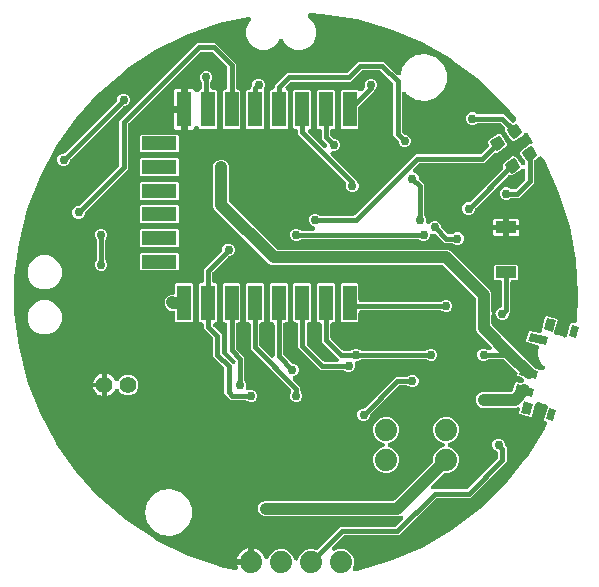
<source format=gbr>
G04 EAGLE Gerber RS-274X export*
G75*
%MOMM*%
%FSLAX34Y34*%
%LPD*%
%INBottom Copper*%
%IPPOS*%
%AMOC8*
5,1,8,0,0,1.08239X$1,22.5*%
G01*
%ADD10C,1.422400*%
%ADD11C,0.300000*%
%ADD12C,1.879600*%
%ADD13R,0.700000X1.500000*%
%ADD14R,1.000000X0.600000*%
%ADD15R,1.000000X0.800000*%
%ADD16R,1.700000X1.000000*%
%ADD17R,1.200000X3.000000*%
%ADD18R,3.000000X1.200000*%
%ADD19C,0.756400*%
%ADD20C,0.406400*%
%ADD21C,1.016000*%

G36*
X291101Y20269D02*
X291101Y20269D01*
X291129Y20267D01*
X291214Y20278D01*
X291396Y20291D01*
X292324Y20435D01*
X292408Y20457D01*
X292568Y20488D01*
X320639Y28475D01*
X320721Y28507D01*
X320875Y28558D01*
X347752Y39935D01*
X347829Y39976D01*
X347976Y40046D01*
X373252Y54639D01*
X373323Y54690D01*
X373460Y54777D01*
X396751Y72365D01*
X396815Y72424D01*
X396941Y72528D01*
X417893Y92845D01*
X417909Y92864D01*
X417928Y92879D01*
X417978Y92941D01*
X418062Y93030D01*
X436359Y115768D01*
X436406Y115841D01*
X436503Y115972D01*
X451867Y140786D01*
X451906Y140864D01*
X451986Y141006D01*
X453579Y144470D01*
X453641Y144650D01*
X453705Y144828D01*
X453707Y144840D01*
X453711Y144851D01*
X453736Y145039D01*
X453763Y145226D01*
X453763Y145238D01*
X453764Y145250D01*
X453752Y145436D01*
X453742Y145628D01*
X453739Y145640D01*
X453738Y145652D01*
X453689Y145834D01*
X453641Y146018D01*
X453636Y146029D01*
X453633Y146040D01*
X453548Y146210D01*
X453466Y146381D01*
X453459Y146390D01*
X453454Y146401D01*
X453337Y146550D01*
X453223Y146701D01*
X453214Y146709D01*
X453206Y146719D01*
X453063Y146842D01*
X452921Y146968D01*
X452911Y146974D01*
X452902Y146981D01*
X452737Y147074D01*
X452572Y147169D01*
X452560Y147174D01*
X452551Y147179D01*
X452492Y147198D01*
X452260Y147281D01*
X452216Y147293D01*
X451584Y148387D01*
X454373Y158793D01*
X454386Y158874D01*
X454409Y158953D01*
X454419Y159073D01*
X454438Y159191D01*
X454435Y159273D01*
X454442Y159355D01*
X454428Y159473D01*
X454423Y159593D01*
X454404Y159673D01*
X454395Y159755D01*
X454358Y159868D01*
X454330Y159985D01*
X454295Y160059D01*
X454270Y160137D01*
X454211Y160242D01*
X454161Y160350D01*
X454112Y160416D01*
X454072Y160488D01*
X453994Y160579D01*
X453923Y160675D01*
X453863Y160730D01*
X453809Y160793D01*
X453714Y160866D01*
X453626Y160947D01*
X453556Y160989D01*
X453491Y161039D01*
X453384Y161093D01*
X453281Y161154D01*
X453204Y161182D01*
X453130Y161219D01*
X453015Y161250D01*
X452902Y161290D01*
X452821Y161302D01*
X452741Y161323D01*
X452589Y161336D01*
X452504Y161348D01*
X452463Y161346D01*
X452411Y161350D01*
X450401Y161350D01*
X446528Y162955D01*
X446384Y162998D01*
X446242Y163049D01*
X446192Y163056D01*
X446143Y163071D01*
X445993Y163085D01*
X445844Y163107D01*
X445793Y163104D01*
X445742Y163109D01*
X445593Y163094D01*
X445442Y163086D01*
X445392Y163073D01*
X445342Y163068D01*
X445198Y163023D01*
X445052Y162985D01*
X445006Y162963D01*
X444957Y162948D01*
X444825Y162876D01*
X444689Y162810D01*
X444649Y162779D01*
X444604Y162755D01*
X444489Y162658D01*
X444369Y162567D01*
X444335Y162528D01*
X444296Y162495D01*
X444202Y162378D01*
X444102Y162265D01*
X444077Y162220D01*
X444045Y162181D01*
X443976Y162047D01*
X443901Y161916D01*
X443881Y161862D01*
X443861Y161822D01*
X443838Y161740D01*
X443789Y161604D01*
X441007Y151221D01*
X439913Y150590D01*
X430965Y152987D01*
X430334Y154081D01*
X430941Y156346D01*
X430953Y156423D01*
X430975Y156497D01*
X430986Y156621D01*
X431006Y156743D01*
X431003Y156821D01*
X431010Y156898D01*
X430996Y157022D01*
X430991Y157146D01*
X430973Y157221D01*
X430965Y157298D01*
X430927Y157417D01*
X430898Y157537D01*
X430865Y157608D01*
X430842Y157682D01*
X430781Y157790D01*
X430729Y157903D01*
X430683Y157965D01*
X430645Y158033D01*
X430564Y158127D01*
X430491Y158228D01*
X430434Y158280D01*
X430383Y158339D01*
X430286Y158416D01*
X430194Y158499D01*
X430127Y158539D01*
X430066Y158587D01*
X429955Y158643D01*
X429849Y158707D01*
X429776Y158733D01*
X429707Y158768D01*
X429587Y158801D01*
X429470Y158843D01*
X429393Y158854D01*
X429318Y158874D01*
X429195Y158883D01*
X429072Y158901D01*
X428994Y158897D01*
X428917Y158902D01*
X428794Y158886D01*
X428670Y158879D01*
X428594Y158860D01*
X428517Y158850D01*
X428364Y158801D01*
X428280Y158779D01*
X428247Y158763D01*
X428201Y158748D01*
X427591Y158495D01*
X398736Y158495D01*
X396309Y159501D01*
X394451Y161359D01*
X393445Y163786D01*
X393445Y166414D01*
X394451Y168841D01*
X396309Y170699D01*
X398736Y171705D01*
X422700Y171705D01*
X422726Y171707D01*
X422753Y171705D01*
X422927Y171727D01*
X423100Y171745D01*
X423126Y171752D01*
X423152Y171756D01*
X423318Y171811D01*
X423485Y171863D01*
X423509Y171876D01*
X423534Y171884D01*
X423686Y171971D01*
X423839Y172055D01*
X423860Y172072D01*
X423883Y172085D01*
X424136Y172300D01*
X424744Y172908D01*
X424848Y173034D01*
X424956Y173157D01*
X424975Y173190D01*
X424999Y173219D01*
X425076Y173364D01*
X425158Y173506D01*
X425172Y173546D01*
X425188Y173575D01*
X425213Y173659D01*
X425270Y173818D01*
X426825Y179623D01*
X427919Y180254D01*
X430953Y179441D01*
X431047Y179426D01*
X431139Y179401D01*
X431245Y179393D01*
X431350Y179376D01*
X431445Y179379D01*
X431541Y179373D01*
X431646Y179387D01*
X431752Y179391D01*
X431845Y179413D01*
X431940Y179425D01*
X432064Y179465D01*
X432144Y179484D01*
X432191Y179506D01*
X432256Y179527D01*
X432995Y179833D01*
X433007Y179839D01*
X433019Y179843D01*
X433184Y179934D01*
X433350Y180023D01*
X433360Y180031D01*
X433372Y180038D01*
X433515Y180159D01*
X433660Y180279D01*
X433669Y180290D01*
X433679Y180298D01*
X433795Y180446D01*
X433914Y180592D01*
X433920Y180604D01*
X433928Y180614D01*
X434013Y180782D01*
X434101Y180948D01*
X434105Y180961D01*
X434111Y180973D01*
X434161Y181153D01*
X434214Y181335D01*
X434215Y181348D01*
X434219Y181361D01*
X434233Y181549D01*
X434249Y181736D01*
X434247Y181749D01*
X434248Y181763D01*
X434225Y181949D01*
X434203Y182136D01*
X434199Y182149D01*
X434198Y182162D01*
X434138Y182341D01*
X434080Y182519D01*
X434074Y182531D01*
X434070Y182544D01*
X433976Y182707D01*
X433884Y182871D01*
X433875Y182881D01*
X433869Y182893D01*
X433654Y183146D01*
X433087Y183713D01*
X432960Y183816D01*
X432837Y183925D01*
X432804Y183944D01*
X432775Y183968D01*
X432631Y184044D01*
X432489Y184127D01*
X432449Y184141D01*
X432420Y184157D01*
X432336Y184181D01*
X432176Y184239D01*
X429200Y185036D01*
X428569Y186130D01*
X428709Y186654D01*
X428724Y186744D01*
X428748Y186832D01*
X428756Y186942D01*
X428774Y187051D01*
X428771Y187142D01*
X428778Y187233D01*
X428764Y187343D01*
X428760Y187454D01*
X428739Y187542D01*
X428727Y187633D01*
X428692Y187738D01*
X428666Y187845D01*
X428628Y187928D01*
X428599Y188014D01*
X428544Y188110D01*
X428497Y188211D01*
X428444Y188284D01*
X428398Y188363D01*
X428309Y188468D01*
X428260Y188536D01*
X428224Y188568D01*
X428183Y188616D01*
X419152Y197648D01*
X417419Y199381D01*
X417398Y199398D01*
X417381Y199418D01*
X417243Y199525D01*
X417107Y199636D01*
X417084Y199648D01*
X417062Y199665D01*
X416905Y199743D01*
X416751Y199825D01*
X416726Y199832D01*
X416702Y199844D01*
X416532Y199890D01*
X416366Y199939D01*
X416339Y199942D01*
X416313Y199949D01*
X415982Y199976D01*
X405172Y199976D01*
X405145Y199973D01*
X405119Y199975D01*
X404945Y199953D01*
X404771Y199936D01*
X404746Y199928D01*
X404719Y199925D01*
X404554Y199869D01*
X404386Y199818D01*
X404363Y199805D01*
X404338Y199796D01*
X404186Y199709D01*
X404032Y199626D01*
X404012Y199609D01*
X403989Y199596D01*
X403736Y199381D01*
X403056Y198701D01*
X401106Y197893D01*
X398994Y197893D01*
X397044Y198701D01*
X395551Y200194D01*
X394743Y202144D01*
X394743Y204256D01*
X395551Y206206D01*
X397044Y207699D01*
X398994Y208507D01*
X401106Y208507D01*
X403056Y207699D01*
X403071Y207684D01*
X403091Y207667D01*
X403109Y207647D01*
X403247Y207540D01*
X403382Y207429D01*
X403406Y207417D01*
X403427Y207400D01*
X403584Y207322D01*
X403738Y207240D01*
X403763Y207233D01*
X403788Y207221D01*
X403957Y207175D01*
X404124Y207126D01*
X404150Y207123D01*
X404176Y207116D01*
X404507Y207089D01*
X404806Y207089D01*
X404815Y207090D01*
X404824Y207089D01*
X405018Y207110D01*
X405207Y207129D01*
X405216Y207132D01*
X405224Y207133D01*
X405408Y207191D01*
X405592Y207247D01*
X405600Y207252D01*
X405608Y207254D01*
X405776Y207347D01*
X405946Y207439D01*
X405953Y207445D01*
X405961Y207449D01*
X406108Y207574D01*
X406255Y207697D01*
X406261Y207704D01*
X406268Y207710D01*
X406387Y207861D01*
X406508Y208011D01*
X406512Y208018D01*
X406517Y208025D01*
X406605Y208198D01*
X406693Y208368D01*
X406696Y208376D01*
X406700Y208384D01*
X406752Y208571D01*
X406805Y208755D01*
X406805Y208764D01*
X406808Y208772D01*
X406822Y208965D01*
X406837Y209156D01*
X406836Y209165D01*
X406837Y209174D01*
X406813Y209366D01*
X406790Y209556D01*
X406788Y209564D01*
X406787Y209573D01*
X406725Y209756D01*
X406666Y209939D01*
X406661Y209947D01*
X406658Y209955D01*
X406562Y210122D01*
X406468Y210289D01*
X406462Y210296D01*
X406457Y210304D01*
X406243Y210557D01*
X396594Y220205D01*
X394451Y222349D01*
X393445Y224776D01*
X393445Y250423D01*
X393443Y250449D01*
X393445Y250476D01*
X393423Y250650D01*
X393405Y250823D01*
X393398Y250849D01*
X393394Y250876D01*
X393339Y251041D01*
X393287Y251208D01*
X393274Y251232D01*
X393266Y251257D01*
X393179Y251409D01*
X393095Y251562D01*
X393078Y251583D01*
X393065Y251606D01*
X392850Y251859D01*
X366159Y278550D01*
X366138Y278567D01*
X366121Y278588D01*
X365983Y278695D01*
X365848Y278805D01*
X365824Y278818D01*
X365803Y278834D01*
X365646Y278912D01*
X365492Y278994D01*
X365466Y279002D01*
X365442Y279014D01*
X365273Y279059D01*
X365106Y279109D01*
X365079Y279111D01*
X365054Y279118D01*
X364723Y279145D01*
X220936Y279145D01*
X218509Y280151D01*
X172201Y326459D01*
X171195Y328886D01*
X171195Y363264D01*
X172201Y365691D01*
X174059Y367549D01*
X176486Y368555D01*
X179114Y368555D01*
X181541Y367549D01*
X183399Y365691D01*
X184405Y363264D01*
X184405Y333777D01*
X184407Y333751D01*
X184405Y333724D01*
X184427Y333550D01*
X184445Y333377D01*
X184452Y333351D01*
X184456Y333324D01*
X184511Y333159D01*
X184563Y332992D01*
X184576Y332968D01*
X184584Y332943D01*
X184671Y332791D01*
X184755Y332638D01*
X184772Y332617D01*
X184785Y332594D01*
X185000Y332341D01*
X224391Y292950D01*
X224412Y292933D01*
X224429Y292912D01*
X224567Y292805D01*
X224702Y292695D01*
X224726Y292682D01*
X224747Y292666D01*
X224904Y292588D01*
X225058Y292506D01*
X225084Y292498D01*
X225108Y292486D01*
X225277Y292441D01*
X225444Y292391D01*
X225471Y292389D01*
X225496Y292382D01*
X225827Y292355D01*
X369614Y292355D01*
X372041Y291349D01*
X405649Y257741D01*
X406655Y255314D01*
X406655Y239824D01*
X406655Y239819D01*
X406655Y239815D01*
X406675Y239620D01*
X406695Y239423D01*
X406696Y239419D01*
X406696Y239414D01*
X406755Y239226D01*
X406813Y239038D01*
X406815Y239034D01*
X406816Y239030D01*
X406912Y238855D01*
X407005Y238684D01*
X407007Y238681D01*
X407010Y238677D01*
X407140Y238521D01*
X407262Y238375D01*
X407266Y238372D01*
X407269Y238368D01*
X407425Y238244D01*
X407576Y238122D01*
X407577Y238122D01*
X407524Y238093D01*
X407521Y238090D01*
X407517Y238088D01*
X407369Y237960D01*
X407219Y237831D01*
X407216Y237828D01*
X407212Y237825D01*
X407092Y237670D01*
X406970Y237514D01*
X406968Y237510D01*
X406966Y237507D01*
X406875Y237324D01*
X406790Y237154D01*
X406788Y237150D01*
X406786Y237146D01*
X406734Y236952D01*
X406683Y236766D01*
X406683Y236762D01*
X406682Y236757D01*
X406655Y236426D01*
X406655Y229667D01*
X406657Y229641D01*
X406655Y229614D01*
X406677Y229440D01*
X406695Y229267D01*
X406702Y229241D01*
X406706Y229214D01*
X406761Y229049D01*
X406813Y228882D01*
X406826Y228858D01*
X406834Y228833D01*
X406921Y228681D01*
X407005Y228528D01*
X407022Y228507D01*
X407035Y228484D01*
X407250Y228231D01*
X428492Y206988D01*
X443624Y191857D01*
X443750Y191753D01*
X443873Y191645D01*
X443906Y191626D01*
X443935Y191602D01*
X444079Y191525D01*
X444222Y191443D01*
X444262Y191429D01*
X444291Y191413D01*
X444374Y191388D01*
X444534Y191331D01*
X448017Y190398D01*
X448066Y190380D01*
X448144Y190341D01*
X448255Y190310D01*
X448362Y190271D01*
X448449Y190257D01*
X448533Y190234D01*
X448647Y190226D01*
X448760Y190209D01*
X448847Y190213D01*
X448934Y190207D01*
X449048Y190222D01*
X449162Y190227D01*
X449247Y190248D01*
X449334Y190259D01*
X449471Y190303D01*
X449553Y190323D01*
X449593Y190342D01*
X449650Y190360D01*
X450608Y190757D01*
X450620Y190764D01*
X450633Y190768D01*
X450797Y190858D01*
X450963Y190948D01*
X450974Y190956D01*
X450985Y190963D01*
X451129Y191084D01*
X451274Y191204D01*
X451282Y191214D01*
X451292Y191223D01*
X451408Y191370D01*
X451527Y191517D01*
X451534Y191529D01*
X451542Y191539D01*
X451627Y191707D01*
X451714Y191873D01*
X451718Y191886D01*
X451724Y191898D01*
X451775Y192079D01*
X451827Y192260D01*
X451829Y192273D01*
X451832Y192286D01*
X451846Y192474D01*
X451862Y192661D01*
X451861Y192674D01*
X451862Y192687D01*
X451838Y192875D01*
X451817Y193061D01*
X451813Y193074D01*
X451811Y193087D01*
X451751Y193264D01*
X451694Y193444D01*
X451687Y193456D01*
X451683Y193469D01*
X451589Y193631D01*
X451497Y193796D01*
X451489Y193806D01*
X451482Y193817D01*
X451267Y194070D01*
X448654Y196684D01*
X446422Y202073D01*
X446422Y207905D01*
X446868Y208983D01*
X446912Y209127D01*
X446962Y209269D01*
X446970Y209319D01*
X446984Y209368D01*
X446999Y209518D01*
X447020Y209667D01*
X447018Y209718D01*
X447023Y209769D01*
X447007Y209919D01*
X446999Y210069D01*
X446986Y210119D01*
X446981Y210169D01*
X446936Y210313D01*
X446899Y210459D01*
X446876Y210505D01*
X446861Y210554D01*
X446789Y210686D01*
X446723Y210822D01*
X446692Y210862D01*
X446668Y210907D01*
X446571Y211022D01*
X446480Y211142D01*
X446442Y211176D01*
X446409Y211215D01*
X446291Y211309D01*
X446178Y211409D01*
X446134Y211434D01*
X446094Y211466D01*
X445960Y211535D01*
X445830Y211610D01*
X445775Y211630D01*
X445736Y211650D01*
X445654Y211673D01*
X445517Y211722D01*
X436965Y214014D01*
X436333Y215108D01*
X438472Y223089D01*
X439566Y223721D01*
X446855Y221768D01*
X446864Y221766D01*
X446873Y221763D01*
X447064Y221733D01*
X447253Y221702D01*
X447261Y221703D01*
X447270Y221701D01*
X447464Y221710D01*
X447655Y221717D01*
X447664Y221719D01*
X447673Y221719D01*
X447860Y221766D01*
X448047Y221810D01*
X448055Y221814D01*
X448063Y221816D01*
X448238Y221899D01*
X448412Y221979D01*
X448419Y221985D01*
X448427Y221989D01*
X448583Y222104D01*
X448737Y222217D01*
X448743Y222224D01*
X448750Y222229D01*
X448879Y222373D01*
X449009Y222514D01*
X449013Y222522D01*
X449019Y222529D01*
X449117Y222695D01*
X449216Y222859D01*
X449219Y222868D01*
X449224Y222875D01*
X449286Y223054D01*
X449352Y223238D01*
X449353Y223247D01*
X449356Y223256D01*
X449382Y223446D01*
X449410Y223637D01*
X449410Y223646D01*
X449411Y223654D01*
X449399Y223848D01*
X449389Y224039D01*
X449386Y224047D01*
X449386Y224056D01*
X449336Y224244D01*
X449288Y224429D01*
X449284Y224437D01*
X449282Y224445D01*
X449222Y224572D01*
X452143Y235473D01*
X453237Y236104D01*
X462184Y233707D01*
X462816Y232613D01*
X460027Y222207D01*
X460014Y222126D01*
X459991Y222047D01*
X459982Y221927D01*
X459962Y221809D01*
X459965Y221727D01*
X459958Y221645D01*
X459972Y221526D01*
X459977Y221407D01*
X459996Y221327D01*
X460005Y221245D01*
X460042Y221132D01*
X460070Y221015D01*
X460105Y220941D01*
X460130Y220863D01*
X460189Y220758D01*
X460239Y220650D01*
X460288Y220584D01*
X460328Y220512D01*
X460406Y220421D01*
X460477Y220325D01*
X460538Y220270D01*
X460591Y220207D01*
X460686Y220134D01*
X460774Y220053D01*
X460844Y220011D01*
X460909Y219961D01*
X461016Y219907D01*
X461119Y219846D01*
X461196Y219818D01*
X461270Y219781D01*
X461386Y219750D01*
X461498Y219710D01*
X461579Y219698D01*
X461659Y219677D01*
X461811Y219664D01*
X461896Y219652D01*
X461937Y219654D01*
X461989Y219650D01*
X463999Y219650D01*
X467872Y218045D01*
X468016Y218002D01*
X468158Y217951D01*
X468208Y217944D01*
X468257Y217929D01*
X468407Y217915D01*
X468556Y217893D01*
X468607Y217895D01*
X468658Y217891D01*
X468807Y217906D01*
X468958Y217914D01*
X469008Y217927D01*
X469058Y217932D01*
X469202Y217977D01*
X469348Y218015D01*
X469394Y218037D01*
X469443Y218052D01*
X469575Y218124D01*
X469711Y218190D01*
X469751Y218221D01*
X469796Y218245D01*
X469911Y218342D01*
X470031Y218433D01*
X470065Y218472D01*
X470104Y218505D01*
X470198Y218622D01*
X470298Y218735D01*
X470323Y218779D01*
X470355Y218819D01*
X470424Y218953D01*
X470499Y219084D01*
X470519Y219138D01*
X470539Y219178D01*
X470562Y219260D01*
X470611Y219396D01*
X473393Y229779D01*
X474487Y230410D01*
X476454Y229883D01*
X476473Y229880D01*
X476492Y229874D01*
X476672Y229848D01*
X476851Y229818D01*
X476871Y229819D01*
X476890Y229816D01*
X477072Y229826D01*
X477254Y229833D01*
X477273Y229837D01*
X477292Y229838D01*
X477468Y229884D01*
X477645Y229926D01*
X477663Y229934D01*
X477682Y229939D01*
X477846Y230019D01*
X478011Y230095D01*
X478026Y230107D01*
X478044Y230115D01*
X478189Y230226D01*
X478335Y230333D01*
X478349Y230347D01*
X478364Y230359D01*
X478485Y230496D01*
X478607Y230630D01*
X478617Y230647D01*
X478630Y230662D01*
X478721Y230819D01*
X478815Y230975D01*
X478821Y230993D01*
X478831Y231010D01*
X478889Y231183D01*
X478951Y231354D01*
X478953Y231373D01*
X478960Y231392D01*
X479007Y231720D01*
X480373Y253875D01*
X480370Y253962D01*
X480373Y254125D01*
X478577Y283255D01*
X478563Y283342D01*
X478546Y283503D01*
X473183Y312192D01*
X473159Y312276D01*
X473122Y312435D01*
X464274Y340247D01*
X464240Y340327D01*
X464184Y340480D01*
X451986Y366994D01*
X451942Y367069D01*
X451867Y367214D01*
X449901Y370390D01*
X449855Y370449D01*
X449817Y370514D01*
X449733Y370609D01*
X449656Y370709D01*
X449600Y370759D01*
X449550Y370815D01*
X449448Y370891D01*
X449353Y370974D01*
X449288Y371012D01*
X449228Y371057D01*
X449114Y371112D01*
X449004Y371175D01*
X448933Y371198D01*
X448865Y371231D01*
X448742Y371262D01*
X448622Y371302D01*
X448547Y371311D01*
X448474Y371329D01*
X448348Y371336D01*
X448222Y371351D01*
X448147Y371345D01*
X448072Y371349D01*
X447947Y371330D01*
X447821Y371321D01*
X447749Y371300D01*
X447674Y371289D01*
X447555Y371246D01*
X447433Y371212D01*
X447366Y371177D01*
X447296Y371152D01*
X447153Y371068D01*
X447075Y371028D01*
X447048Y371007D01*
X447009Y370984D01*
X443407Y368462D01*
X443405Y368460D01*
X443403Y368459D01*
X443254Y368330D01*
X443102Y368199D01*
X443100Y368198D01*
X443098Y368196D01*
X442978Y368040D01*
X442854Y367882D01*
X442853Y367880D01*
X442852Y367878D01*
X442763Y367701D01*
X442674Y367522D01*
X442673Y367520D01*
X442672Y367518D01*
X442619Y367317D01*
X442569Y367133D01*
X442568Y367131D01*
X442568Y367129D01*
X442541Y366798D01*
X442541Y348611D01*
X430098Y336168D01*
X423890Y336168D01*
X423863Y336166D01*
X423836Y336168D01*
X423662Y336146D01*
X423489Y336128D01*
X423463Y336121D01*
X423437Y336117D01*
X423271Y336062D01*
X423104Y336010D01*
X423080Y335997D01*
X423055Y335989D01*
X422903Y335902D01*
X422750Y335818D01*
X422729Y335801D01*
X422706Y335788D01*
X422453Y335573D01*
X422106Y335226D01*
X420156Y334418D01*
X418044Y334418D01*
X416094Y335226D01*
X414601Y336719D01*
X413793Y338669D01*
X413793Y340781D01*
X414601Y342731D01*
X416094Y344224D01*
X418044Y345032D01*
X420156Y345032D01*
X422106Y344224D01*
X422453Y343877D01*
X422474Y343860D01*
X422491Y343839D01*
X422629Y343732D01*
X422765Y343622D01*
X422788Y343609D01*
X422809Y343593D01*
X422966Y343515D01*
X423120Y343433D01*
X423146Y343425D01*
X423170Y343413D01*
X423339Y343368D01*
X423506Y343318D01*
X423533Y343316D01*
X423559Y343309D01*
X423890Y343282D01*
X426310Y343282D01*
X426337Y343284D01*
X426364Y343282D01*
X426538Y343304D01*
X426711Y343322D01*
X426736Y343329D01*
X426763Y343333D01*
X426929Y343388D01*
X427096Y343440D01*
X427119Y343453D01*
X427145Y343461D01*
X427296Y343548D01*
X427450Y343632D01*
X427470Y343649D01*
X427494Y343662D01*
X427747Y343877D01*
X434832Y350962D01*
X434849Y350983D01*
X434869Y351000D01*
X434977Y351138D01*
X435087Y351274D01*
X435100Y351297D01*
X435116Y351319D01*
X435194Y351475D01*
X435276Y351630D01*
X435284Y351655D01*
X435296Y351679D01*
X435341Y351849D01*
X435391Y352015D01*
X435393Y352042D01*
X435400Y352068D01*
X435427Y352399D01*
X435427Y358973D01*
X435424Y359006D01*
X435426Y359039D01*
X435404Y359206D01*
X435387Y359373D01*
X435378Y359405D01*
X435373Y359438D01*
X435319Y359597D01*
X435269Y359758D01*
X435253Y359788D01*
X435242Y359819D01*
X435158Y359964D01*
X435077Y360112D01*
X435056Y360138D01*
X435039Y360167D01*
X434927Y360292D01*
X434820Y360421D01*
X434794Y360442D01*
X434771Y360467D01*
X434637Y360568D01*
X434506Y360674D01*
X434476Y360689D01*
X434450Y360709D01*
X434298Y360782D01*
X434149Y360859D01*
X434117Y360868D01*
X434086Y360883D01*
X433923Y360924D01*
X433762Y360971D01*
X433728Y360973D01*
X433696Y360982D01*
X433528Y360990D01*
X433360Y361004D01*
X433327Y361000D01*
X433294Y361001D01*
X433127Y360976D01*
X432961Y360957D01*
X432929Y360946D01*
X432896Y360941D01*
X432738Y360884D01*
X432578Y360832D01*
X432549Y360815D01*
X432517Y360804D01*
X432231Y360636D01*
X424465Y355199D01*
X422181Y355602D01*
X422179Y355602D01*
X422177Y355602D01*
X421975Y355617D01*
X421780Y355632D01*
X421778Y355632D01*
X421775Y355632D01*
X421571Y355606D01*
X421380Y355582D01*
X421378Y355582D01*
X421376Y355581D01*
X421185Y355517D01*
X420998Y355455D01*
X420997Y355454D01*
X420994Y355453D01*
X420820Y355353D01*
X420649Y355255D01*
X420647Y355253D01*
X420645Y355252D01*
X420392Y355037D01*
X393252Y327897D01*
X393235Y327876D01*
X393214Y327858D01*
X393107Y327721D01*
X392997Y327585D01*
X392984Y327562D01*
X392968Y327540D01*
X392890Y327383D01*
X392808Y327229D01*
X392800Y327204D01*
X392788Y327180D01*
X392743Y327010D01*
X392693Y326844D01*
X392691Y326817D01*
X392684Y326791D01*
X392657Y326460D01*
X392657Y325969D01*
X391849Y324019D01*
X390356Y322526D01*
X388406Y321718D01*
X386294Y321718D01*
X384344Y322526D01*
X382851Y324019D01*
X382043Y325969D01*
X382043Y328081D01*
X382851Y330031D01*
X384344Y331524D01*
X386294Y332332D01*
X386785Y332332D01*
X386812Y332334D01*
X386839Y332332D01*
X387013Y332354D01*
X387186Y332372D01*
X387211Y332379D01*
X387238Y332383D01*
X387404Y332438D01*
X387571Y332490D01*
X387594Y332503D01*
X387620Y332511D01*
X387771Y332598D01*
X387925Y332682D01*
X387945Y332699D01*
X387969Y332712D01*
X388222Y332927D01*
X416234Y360939D01*
X416261Y360972D01*
X416292Y361000D01*
X416388Y361127D01*
X416489Y361250D01*
X416509Y361288D01*
X416534Y361322D01*
X416603Y361466D01*
X416678Y361606D01*
X416690Y361647D01*
X416708Y361685D01*
X416747Y361839D01*
X416792Y361992D01*
X416796Y362034D01*
X416807Y362075D01*
X416814Y362234D01*
X416829Y362393D01*
X416824Y362435D01*
X416826Y362477D01*
X416803Y362635D01*
X416785Y362793D01*
X416773Y362833D01*
X416766Y362875D01*
X416712Y363025D01*
X416664Y363177D01*
X416643Y363214D01*
X416629Y363254D01*
X416542Y363402D01*
X416980Y365888D01*
X424767Y371341D01*
X427235Y370905D01*
X431732Y364482D01*
X431854Y364341D01*
X431972Y364199D01*
X431984Y364189D01*
X431995Y364177D01*
X432142Y364062D01*
X432286Y363946D01*
X432300Y363939D01*
X432312Y363930D01*
X432479Y363846D01*
X432643Y363761D01*
X432658Y363757D01*
X432672Y363750D01*
X432852Y363701D01*
X433030Y363649D01*
X433046Y363648D01*
X433061Y363644D01*
X433246Y363632D01*
X433432Y363617D01*
X433447Y363618D01*
X433462Y363617D01*
X433647Y363642D01*
X433831Y363664D01*
X433846Y363668D01*
X433862Y363670D01*
X434037Y363730D01*
X434214Y363788D01*
X434228Y363796D01*
X434242Y363801D01*
X434402Y363894D01*
X434565Y363986D01*
X434577Y363996D01*
X434590Y364004D01*
X434728Y364127D01*
X434869Y364249D01*
X434879Y364262D01*
X434891Y364272D01*
X435002Y364420D01*
X435116Y364568D01*
X435123Y364581D01*
X435133Y364594D01*
X435213Y364761D01*
X435296Y364928D01*
X435300Y364943D01*
X435306Y364957D01*
X435352Y365137D01*
X435400Y365317D01*
X435402Y365334D01*
X435405Y365347D01*
X435408Y365417D01*
X435427Y365648D01*
X435427Y366394D01*
X435422Y366445D01*
X435425Y366496D01*
X435402Y366645D01*
X435387Y366794D01*
X435372Y366843D01*
X435365Y366894D01*
X435313Y367035D01*
X435269Y367179D01*
X435245Y367224D01*
X435227Y367272D01*
X435111Y367472D01*
X435077Y367533D01*
X435069Y367544D01*
X435060Y367559D01*
X430913Y373481D01*
X431348Y375949D01*
X439139Y381404D01*
X439252Y381396D01*
X439404Y381377D01*
X439452Y381381D01*
X439500Y381377D01*
X439652Y381396D01*
X439805Y381408D01*
X439852Y381421D01*
X439900Y381427D01*
X440045Y381475D01*
X440193Y381517D01*
X440236Y381539D01*
X440282Y381554D01*
X440415Y381630D01*
X440551Y381700D01*
X440589Y381730D01*
X440631Y381754D01*
X440747Y381855D01*
X440866Y381950D01*
X440898Y381987D01*
X440934Y382019D01*
X441027Y382141D01*
X441126Y382258D01*
X441150Y382300D01*
X441179Y382339D01*
X441246Y382476D01*
X441320Y382611D01*
X441335Y382657D01*
X441356Y382701D01*
X441395Y382849D01*
X441441Y382995D01*
X441446Y383043D01*
X441458Y383090D01*
X441467Y383243D01*
X441483Y383395D01*
X441478Y383444D01*
X441481Y383492D01*
X441460Y383643D01*
X441446Y383796D01*
X441432Y383843D01*
X441425Y383891D01*
X441374Y384035D01*
X441330Y384182D01*
X441305Y384231D01*
X441291Y384270D01*
X441247Y384344D01*
X441179Y384477D01*
X437606Y390247D01*
X437566Y390300D01*
X437533Y390357D01*
X437444Y390459D01*
X437361Y390566D01*
X437311Y390610D01*
X437268Y390660D01*
X437160Y390742D01*
X437058Y390832D01*
X437001Y390865D01*
X436948Y390905D01*
X436827Y390964D01*
X436709Y391032D01*
X436646Y391053D01*
X436586Y391082D01*
X436455Y391116D01*
X436327Y391159D01*
X436261Y391167D01*
X436197Y391184D01*
X436062Y391192D01*
X435927Y391208D01*
X435861Y391203D01*
X435795Y391207D01*
X435661Y391188D01*
X435526Y391178D01*
X435462Y391160D01*
X435396Y391151D01*
X435269Y391105D01*
X435138Y391069D01*
X435079Y391039D01*
X435017Y391016D01*
X434901Y390947D01*
X434780Y390886D01*
X434728Y390844D01*
X434671Y390810D01*
X434570Y390719D01*
X434465Y390635D01*
X434422Y390584D01*
X434373Y390540D01*
X434292Y390431D01*
X434205Y390328D01*
X434173Y390269D01*
X434134Y390216D01*
X434076Y390093D01*
X434011Y389975D01*
X433991Y389911D01*
X433963Y389851D01*
X433944Y389779D01*
X426133Y384309D01*
X423665Y384745D01*
X418213Y392531D01*
X418463Y393947D01*
X418463Y393949D01*
X418463Y393951D01*
X418478Y394148D01*
X418493Y394348D01*
X418493Y394350D01*
X418493Y394353D01*
X418468Y394547D01*
X418443Y394748D01*
X418443Y394750D01*
X418442Y394752D01*
X418378Y394945D01*
X418316Y395130D01*
X418315Y395132D01*
X418314Y395134D01*
X418214Y395308D01*
X418116Y395479D01*
X418114Y395481D01*
X418113Y395483D01*
X417899Y395736D01*
X414561Y399073D01*
X414540Y399090D01*
X414523Y399111D01*
X414385Y399217D01*
X414249Y399328D01*
X414226Y399341D01*
X414205Y399357D01*
X414048Y399435D01*
X413894Y399517D01*
X413868Y399525D01*
X413844Y399537D01*
X413675Y399582D01*
X413508Y399632D01*
X413481Y399634D01*
X413455Y399641D01*
X413125Y399668D01*
X395315Y399668D01*
X395288Y399666D01*
X395261Y399668D01*
X395087Y399646D01*
X394914Y399628D01*
X394888Y399621D01*
X394862Y399617D01*
X394696Y399562D01*
X394529Y399510D01*
X394505Y399497D01*
X394480Y399489D01*
X394328Y399402D01*
X394175Y399318D01*
X394154Y399301D01*
X394131Y399288D01*
X393878Y399073D01*
X393531Y398726D01*
X391581Y397918D01*
X389469Y397918D01*
X387519Y398726D01*
X386026Y400219D01*
X385218Y402169D01*
X385218Y404281D01*
X386026Y406231D01*
X387519Y407724D01*
X389469Y408532D01*
X391581Y408532D01*
X393531Y407724D01*
X393878Y407377D01*
X393899Y407360D01*
X393916Y407339D01*
X394054Y407232D01*
X394190Y407122D01*
X394213Y407109D01*
X394234Y407093D01*
X394391Y407015D01*
X394545Y406933D01*
X394571Y406925D01*
X394595Y406913D01*
X394764Y406868D01*
X394931Y406818D01*
X394958Y406816D01*
X394984Y406809D01*
X395315Y406782D01*
X416912Y406782D01*
X423352Y400342D01*
X423385Y400315D01*
X423413Y400283D01*
X423540Y400188D01*
X423664Y400087D01*
X423701Y400067D01*
X423735Y400042D01*
X423879Y399973D01*
X424020Y399898D01*
X424060Y399886D01*
X424098Y399868D01*
X424253Y399829D01*
X424405Y399783D01*
X424448Y399780D01*
X424489Y399769D01*
X424648Y399761D01*
X424806Y399747D01*
X424849Y399752D01*
X424891Y399749D01*
X425048Y399773D01*
X425207Y399790D01*
X425247Y399803D01*
X425289Y399809D01*
X425438Y399864D01*
X425591Y399912D01*
X425628Y399932D01*
X425667Y399947D01*
X425905Y400086D01*
X425943Y400107D01*
X425947Y400111D01*
X425954Y400114D01*
X426773Y400688D01*
X426838Y400744D01*
X426909Y400792D01*
X426990Y400875D01*
X427079Y400951D01*
X427131Y401018D01*
X427191Y401079D01*
X427255Y401177D01*
X427326Y401268D01*
X427365Y401345D01*
X427411Y401417D01*
X427454Y401524D01*
X427506Y401628D01*
X427529Y401711D01*
X427560Y401791D01*
X427581Y401905D01*
X427612Y402017D01*
X427617Y402102D01*
X427633Y402187D01*
X427631Y402303D01*
X427638Y402419D01*
X427627Y402503D01*
X427626Y402589D01*
X427601Y402703D01*
X427585Y402818D01*
X427558Y402899D01*
X427539Y402982D01*
X427492Y403089D01*
X427455Y403198D01*
X427412Y403272D01*
X427377Y403351D01*
X427295Y403472D01*
X427252Y403546D01*
X427223Y403578D01*
X427191Y403625D01*
X418062Y414970D01*
X418000Y415033D01*
X417893Y415155D01*
X396941Y435472D01*
X396872Y435526D01*
X396751Y435635D01*
X373460Y453223D01*
X373386Y453268D01*
X373252Y453361D01*
X347976Y467954D01*
X347896Y467990D01*
X347752Y468065D01*
X320875Y479442D01*
X320792Y479467D01*
X320639Y479525D01*
X292568Y487512D01*
X292482Y487527D01*
X292324Y487565D01*
X263483Y492042D01*
X263396Y492047D01*
X263234Y492065D01*
X253174Y492375D01*
X253134Y492372D01*
X253093Y492376D01*
X252933Y492359D01*
X252772Y492348D01*
X252733Y492337D01*
X252693Y492333D01*
X252540Y492284D01*
X252384Y492241D01*
X252348Y492223D01*
X252309Y492211D01*
X252168Y492133D01*
X252024Y492061D01*
X251992Y492036D01*
X251957Y492016D01*
X251834Y491912D01*
X251707Y491812D01*
X251681Y491782D01*
X251650Y491756D01*
X251550Y491629D01*
X251445Y491507D01*
X251425Y491471D01*
X251400Y491440D01*
X251327Y491296D01*
X251249Y491155D01*
X251236Y491117D01*
X251218Y491081D01*
X251175Y490925D01*
X251125Y490772D01*
X251121Y490732D01*
X251110Y490693D01*
X251098Y490532D01*
X251080Y490372D01*
X251084Y490332D01*
X251081Y490291D01*
X251101Y490131D01*
X251115Y489971D01*
X251126Y489932D01*
X251131Y489892D01*
X251182Y489739D01*
X251228Y489584D01*
X251246Y489549D01*
X251259Y489510D01*
X251340Y489371D01*
X251415Y489228D01*
X251440Y489196D01*
X251460Y489161D01*
X251647Y488941D01*
X251668Y488915D01*
X251672Y488912D01*
X251675Y488908D01*
X256029Y484555D01*
X258261Y479166D01*
X258261Y473334D01*
X256029Y467945D01*
X251905Y463821D01*
X246516Y461589D01*
X240684Y461589D01*
X235295Y463821D01*
X231171Y467945D01*
X230477Y469622D01*
X230472Y469630D01*
X230470Y469639D01*
X230377Y469808D01*
X230286Y469977D01*
X230281Y469984D01*
X230276Y469992D01*
X230153Y470139D01*
X230030Y470288D01*
X230023Y470293D01*
X230017Y470300D01*
X229867Y470420D01*
X229717Y470541D01*
X229709Y470545D01*
X229702Y470551D01*
X229530Y470640D01*
X229361Y470728D01*
X229352Y470731D01*
X229344Y470735D01*
X229157Y470788D01*
X228974Y470841D01*
X228966Y470842D01*
X228957Y470845D01*
X228764Y470860D01*
X228573Y470876D01*
X228564Y470875D01*
X228556Y470876D01*
X228364Y470852D01*
X228173Y470831D01*
X228165Y470828D01*
X228156Y470827D01*
X227973Y470767D01*
X227790Y470708D01*
X227782Y470703D01*
X227774Y470701D01*
X227607Y470605D01*
X227438Y470511D01*
X227432Y470505D01*
X227424Y470501D01*
X227279Y470375D01*
X227133Y470250D01*
X227127Y470242D01*
X227120Y470237D01*
X227002Y470083D01*
X226884Y469932D01*
X226880Y469925D01*
X226875Y469917D01*
X226723Y469622D01*
X226029Y467945D01*
X221905Y463821D01*
X216516Y461589D01*
X210684Y461589D01*
X205295Y463821D01*
X201171Y467945D01*
X198939Y473334D01*
X198939Y479166D01*
X201171Y484555D01*
X202593Y485976D01*
X202609Y485996D01*
X202629Y486013D01*
X202736Y486152D01*
X202848Y486287D01*
X202860Y486311D01*
X202876Y486331D01*
X202954Y486488D01*
X203036Y486643D01*
X203044Y486668D01*
X203055Y486692D01*
X203101Y486861D01*
X203151Y487029D01*
X203153Y487055D01*
X203160Y487081D01*
X203171Y487255D01*
X203187Y487430D01*
X203185Y487456D01*
X203186Y487482D01*
X203163Y487655D01*
X203144Y487830D01*
X203136Y487855D01*
X203133Y487881D01*
X203076Y488047D01*
X203022Y488214D01*
X203010Y488237D01*
X203001Y488262D01*
X202913Y488413D01*
X202828Y488566D01*
X202811Y488587D01*
X202797Y488609D01*
X202681Y488740D01*
X202567Y488873D01*
X202547Y488890D01*
X202529Y488909D01*
X202389Y489014D01*
X202251Y489123D01*
X202228Y489135D01*
X202207Y489151D01*
X202049Y489226D01*
X201892Y489305D01*
X201867Y489312D01*
X201843Y489324D01*
X201673Y489366D01*
X201504Y489413D01*
X201478Y489415D01*
X201453Y489422D01*
X201278Y489430D01*
X201103Y489443D01*
X201077Y489439D01*
X201050Y489441D01*
X200722Y489396D01*
X175995Y483981D01*
X175912Y483954D01*
X175754Y483913D01*
X148228Y474213D01*
X148149Y474176D01*
X147997Y474115D01*
X121872Y461106D01*
X121798Y461060D01*
X121655Y460981D01*
X97326Y444860D01*
X97258Y444805D01*
X97126Y444709D01*
X74963Y425721D01*
X74903Y425658D01*
X74783Y425547D01*
X55121Y403978D01*
X55069Y403908D01*
X54964Y403783D01*
X38102Y379962D01*
X38058Y379886D01*
X37970Y379750D01*
X24162Y354037D01*
X24129Y353956D01*
X24058Y353810D01*
X13515Y326595D01*
X13492Y326511D01*
X13439Y326357D01*
X6320Y298053D01*
X6307Y297966D01*
X6274Y297807D01*
X2688Y268842D01*
X2686Y268755D01*
X2672Y268593D01*
X2672Y239407D01*
X2681Y239320D01*
X2688Y239158D01*
X6274Y210193D01*
X6294Y210108D01*
X6320Y209947D01*
X13439Y181643D01*
X13469Y181561D01*
X13515Y181405D01*
X24058Y154190D01*
X24097Y154112D01*
X24162Y153963D01*
X37970Y128250D01*
X38019Y128178D01*
X38102Y128038D01*
X54964Y104217D01*
X55021Y104151D01*
X55121Y104022D01*
X74783Y82453D01*
X74848Y82395D01*
X74963Y82279D01*
X97126Y63291D01*
X97198Y63241D01*
X97326Y63140D01*
X121655Y47019D01*
X121695Y46998D01*
X121713Y46984D01*
X121768Y46957D01*
X121872Y46894D01*
X147997Y33885D01*
X148079Y33854D01*
X148228Y33787D01*
X175754Y24087D01*
X175839Y24067D01*
X175995Y24019D01*
X189680Y21022D01*
X189831Y21004D01*
X189981Y20979D01*
X190031Y20981D01*
X190080Y20975D01*
X190232Y20988D01*
X190384Y20993D01*
X190432Y21004D01*
X190481Y21008D01*
X190627Y21050D01*
X190776Y21085D01*
X190820Y21106D01*
X190868Y21120D01*
X191003Y21190D01*
X191141Y21254D01*
X191181Y21283D01*
X191225Y21305D01*
X191344Y21401D01*
X191467Y21491D01*
X191500Y21527D01*
X191539Y21558D01*
X191636Y21675D01*
X191739Y21787D01*
X191765Y21829D01*
X191796Y21867D01*
X191869Y22001D01*
X191948Y22132D01*
X191964Y22178D01*
X191988Y22221D01*
X192033Y22367D01*
X192084Y22510D01*
X192091Y22559D01*
X192106Y22606D01*
X192121Y22758D01*
X192143Y22909D01*
X192141Y22958D01*
X192146Y23007D01*
X192130Y23159D01*
X192123Y23311D01*
X192110Y23365D01*
X192105Y23407D01*
X192080Y23490D01*
X192046Y23634D01*
X191555Y25144D01*
X191515Y25401D01*
X202692Y25401D01*
X202710Y25402D01*
X202727Y25401D01*
X202910Y25422D01*
X203092Y25441D01*
X203109Y25446D01*
X203127Y25448D01*
X203302Y25505D01*
X203477Y25559D01*
X203493Y25567D01*
X203510Y25573D01*
X203670Y25663D01*
X203831Y25750D01*
X203845Y25762D01*
X203861Y25771D01*
X204000Y25891D01*
X204141Y26008D01*
X204152Y26022D01*
X204165Y26034D01*
X204278Y26179D01*
X204393Y26322D01*
X204401Y26338D01*
X204412Y26352D01*
X204494Y26517D01*
X204534Y26593D01*
X204686Y26679D01*
X204848Y26767D01*
X204861Y26778D01*
X204877Y26787D01*
X205016Y26907D01*
X205157Y27025D01*
X205168Y27038D01*
X205182Y27050D01*
X205294Y27195D01*
X205409Y27338D01*
X205417Y27354D01*
X205428Y27368D01*
X205510Y27533D01*
X205595Y27696D01*
X205600Y27713D01*
X205608Y27729D01*
X205655Y27907D01*
X205706Y28082D01*
X205708Y28100D01*
X205712Y28117D01*
X205739Y28448D01*
X205739Y39625D01*
X205996Y39585D01*
X207783Y39004D01*
X209457Y38151D01*
X210978Y37046D01*
X212306Y35718D01*
X213411Y34197D01*
X214264Y32523D01*
X214502Y31791D01*
X214538Y31709D01*
X214564Y31625D01*
X214618Y31526D01*
X214664Y31422D01*
X214715Y31349D01*
X214757Y31272D01*
X214830Y31185D01*
X214895Y31093D01*
X214959Y31031D01*
X215016Y30963D01*
X215105Y30893D01*
X215187Y30815D01*
X215262Y30768D01*
X215331Y30712D01*
X215432Y30661D01*
X215527Y30601D01*
X215610Y30569D01*
X215689Y30529D01*
X215798Y30498D01*
X215904Y30458D01*
X215992Y30443D01*
X216077Y30419D01*
X216189Y30410D01*
X216301Y30392D01*
X216390Y30395D01*
X216478Y30388D01*
X216590Y30401D01*
X216703Y30405D01*
X216790Y30426D01*
X216878Y30436D01*
X216985Y30472D01*
X217095Y30498D01*
X217176Y30535D01*
X217260Y30563D01*
X217358Y30619D01*
X217461Y30666D01*
X217533Y30718D01*
X217610Y30762D01*
X217695Y30837D01*
X217786Y30903D01*
X217846Y30968D01*
X217913Y31027D01*
X217982Y31116D01*
X218059Y31200D01*
X218105Y31276D01*
X218159Y31346D01*
X218223Y31472D01*
X218267Y31544D01*
X218283Y31587D01*
X218310Y31641D01*
X219340Y34127D01*
X222413Y37200D01*
X226427Y38863D01*
X230773Y38863D01*
X234787Y37200D01*
X237860Y34127D01*
X239423Y30353D01*
X239428Y30345D01*
X239430Y30336D01*
X239522Y30168D01*
X239614Y29998D01*
X239619Y29991D01*
X239624Y29983D01*
X239747Y29837D01*
X239870Y29687D01*
X239877Y29682D01*
X239883Y29675D01*
X240033Y29555D01*
X240183Y29434D01*
X240191Y29429D01*
X240197Y29424D01*
X240369Y29336D01*
X240539Y29247D01*
X240548Y29244D01*
X240556Y29240D01*
X240740Y29188D01*
X240926Y29133D01*
X240934Y29133D01*
X240943Y29130D01*
X241134Y29115D01*
X241327Y29099D01*
X241336Y29100D01*
X241344Y29099D01*
X241535Y29122D01*
X241727Y29144D01*
X241735Y29147D01*
X241744Y29148D01*
X241927Y29208D01*
X242110Y29267D01*
X242118Y29271D01*
X242126Y29274D01*
X242294Y29370D01*
X242462Y29463D01*
X242468Y29469D01*
X242476Y29474D01*
X242621Y29600D01*
X242767Y29725D01*
X242773Y29732D01*
X242780Y29738D01*
X242897Y29890D01*
X243016Y30042D01*
X243020Y30050D01*
X243025Y30057D01*
X243177Y30353D01*
X244740Y34127D01*
X247813Y37200D01*
X251827Y38863D01*
X256173Y38863D01*
X257549Y38293D01*
X257571Y38286D01*
X257590Y38276D01*
X257763Y38228D01*
X257935Y38176D01*
X257957Y38174D01*
X257978Y38168D01*
X258158Y38155D01*
X258335Y38138D01*
X258358Y38140D01*
X258380Y38139D01*
X258559Y38161D01*
X258736Y38180D01*
X258757Y38186D01*
X258779Y38189D01*
X258950Y38246D01*
X259120Y38299D01*
X259140Y38310D01*
X259161Y38317D01*
X259317Y38407D01*
X259473Y38493D01*
X259490Y38507D01*
X259510Y38518D01*
X259763Y38733D01*
X275883Y54853D01*
X278562Y57532D01*
X324710Y57532D01*
X324737Y57534D01*
X324764Y57532D01*
X324938Y57554D01*
X325111Y57572D01*
X325137Y57579D01*
X325163Y57583D01*
X325329Y57638D01*
X325496Y57690D01*
X325520Y57703D01*
X325545Y57711D01*
X325696Y57798D01*
X325850Y57882D01*
X325870Y57899D01*
X325894Y57912D01*
X326147Y58127D01*
X331534Y63514D01*
X331537Y63517D01*
X331540Y63520D01*
X331664Y63673D01*
X331789Y63825D01*
X331791Y63829D01*
X331794Y63833D01*
X331887Y64011D01*
X331978Y64181D01*
X331979Y64185D01*
X331981Y64189D01*
X332036Y64377D01*
X332092Y64567D01*
X332093Y64571D01*
X332094Y64576D01*
X332110Y64763D01*
X332129Y64968D01*
X332128Y64973D01*
X332129Y64977D01*
X332107Y65167D01*
X332085Y65368D01*
X332084Y65373D01*
X332084Y65377D01*
X332025Y65558D01*
X331964Y65752D01*
X331962Y65756D01*
X331960Y65760D01*
X331864Y65933D01*
X331769Y66104D01*
X331766Y66108D01*
X331764Y66112D01*
X331634Y66263D01*
X331509Y66411D01*
X331505Y66414D01*
X331502Y66418D01*
X331348Y66538D01*
X331193Y66661D01*
X331189Y66663D01*
X331185Y66666D01*
X331008Y66755D01*
X330834Y66843D01*
X330829Y66845D01*
X330825Y66847D01*
X330636Y66899D01*
X330446Y66951D01*
X330441Y66952D01*
X330437Y66953D01*
X330245Y66966D01*
X330044Y66981D01*
X330040Y66980D01*
X330035Y66980D01*
X329843Y66955D01*
X329645Y66930D01*
X329641Y66929D01*
X329636Y66928D01*
X329320Y66827D01*
X328339Y66420D01*
X214586Y66420D01*
X212159Y67426D01*
X210301Y69284D01*
X209295Y71711D01*
X209295Y74339D01*
X210301Y76766D01*
X212159Y78624D01*
X214586Y79630D01*
X323448Y79630D01*
X323474Y79632D01*
X323501Y79630D01*
X323675Y79652D01*
X323848Y79670D01*
X323874Y79677D01*
X323901Y79681D01*
X324066Y79736D01*
X324233Y79788D01*
X324257Y79801D01*
X324282Y79809D01*
X324434Y79896D01*
X324587Y79980D01*
X324608Y79997D01*
X324631Y80010D01*
X324884Y80225D01*
X356782Y112123D01*
X356799Y112144D01*
X356820Y112161D01*
X356927Y112299D01*
X357037Y112434D01*
X357050Y112458D01*
X357066Y112479D01*
X357144Y112636D01*
X357226Y112790D01*
X357234Y112816D01*
X357246Y112840D01*
X357291Y113009D01*
X357341Y113176D01*
X357343Y113203D01*
X357350Y113228D01*
X357377Y113559D01*
X357377Y116473D01*
X359040Y120487D01*
X362113Y123560D01*
X365887Y125123D01*
X365895Y125128D01*
X365904Y125130D01*
X366072Y125222D01*
X366242Y125314D01*
X366249Y125319D01*
X366257Y125324D01*
X366403Y125447D01*
X366553Y125570D01*
X366558Y125577D01*
X366565Y125583D01*
X366685Y125733D01*
X366806Y125883D01*
X366811Y125891D01*
X366816Y125897D01*
X366904Y126069D01*
X366993Y126239D01*
X366996Y126248D01*
X367000Y126256D01*
X367053Y126441D01*
X367107Y126626D01*
X367107Y126634D01*
X367110Y126643D01*
X367125Y126834D01*
X367141Y127027D01*
X367140Y127036D01*
X367141Y127044D01*
X367117Y127237D01*
X367096Y127427D01*
X367093Y127435D01*
X367092Y127444D01*
X367031Y127629D01*
X366973Y127810D01*
X366969Y127818D01*
X366966Y127826D01*
X366870Y127994D01*
X366776Y128162D01*
X366771Y128168D01*
X366766Y128176D01*
X366640Y128321D01*
X366515Y128467D01*
X366508Y128473D01*
X366502Y128480D01*
X366349Y128597D01*
X366198Y128716D01*
X366190Y128720D01*
X366183Y128725D01*
X365887Y128877D01*
X362113Y130440D01*
X359040Y133513D01*
X357377Y137527D01*
X357377Y141873D01*
X359040Y145887D01*
X362113Y148960D01*
X366127Y150623D01*
X370473Y150623D01*
X374487Y148960D01*
X377560Y145887D01*
X379223Y141873D01*
X379223Y137527D01*
X377560Y133513D01*
X374487Y130440D01*
X370713Y128877D01*
X370705Y128872D01*
X370696Y128870D01*
X370527Y128777D01*
X370358Y128686D01*
X370351Y128681D01*
X370343Y128676D01*
X370195Y128552D01*
X370047Y128430D01*
X370042Y128423D01*
X370035Y128417D01*
X369915Y128266D01*
X369794Y128117D01*
X369789Y128110D01*
X369784Y128102D01*
X369697Y127932D01*
X369607Y127761D01*
X369604Y127752D01*
X369600Y127744D01*
X369548Y127562D01*
X369493Y127374D01*
X369493Y127365D01*
X369490Y127357D01*
X369475Y127164D01*
X369459Y126973D01*
X369460Y126964D01*
X369459Y126956D01*
X369482Y126765D01*
X369504Y126573D01*
X369507Y126565D01*
X369508Y126556D01*
X369568Y126375D01*
X369627Y126190D01*
X369632Y126182D01*
X369634Y126174D01*
X369729Y126008D01*
X369824Y125838D01*
X369829Y125832D01*
X369834Y125824D01*
X369961Y125678D01*
X370085Y125533D01*
X370092Y125527D01*
X370098Y125520D01*
X370251Y125403D01*
X370402Y125284D01*
X370410Y125280D01*
X370417Y125275D01*
X370713Y125123D01*
X374487Y123560D01*
X377560Y120487D01*
X379223Y116473D01*
X379223Y112127D01*
X377560Y108113D01*
X374487Y105040D01*
X370473Y103377D01*
X367559Y103377D01*
X367533Y103375D01*
X367506Y103377D01*
X367332Y103355D01*
X367158Y103337D01*
X367133Y103330D01*
X367106Y103326D01*
X366941Y103271D01*
X366774Y103219D01*
X366750Y103206D01*
X366725Y103198D01*
X366573Y103111D01*
X366420Y103027D01*
X366399Y103010D01*
X366376Y102997D01*
X366123Y102782D01*
X356090Y92749D01*
X356084Y92742D01*
X356077Y92737D01*
X355957Y92587D01*
X355835Y92438D01*
X355831Y92430D01*
X355825Y92423D01*
X355736Y92252D01*
X355646Y92082D01*
X355644Y92074D01*
X355639Y92066D01*
X355586Y91880D01*
X355531Y91696D01*
X355530Y91687D01*
X355528Y91679D01*
X355512Y91487D01*
X355495Y91295D01*
X355496Y91286D01*
X355495Y91277D01*
X355517Y91088D01*
X355538Y90895D01*
X355541Y90886D01*
X355542Y90878D01*
X355601Y90696D01*
X355660Y90511D01*
X355664Y90503D01*
X355667Y90495D01*
X355762Y90326D01*
X355855Y90159D01*
X355860Y90152D01*
X355865Y90144D01*
X355991Y89998D01*
X356115Y89852D01*
X356122Y89846D01*
X356128Y89839D01*
X356279Y89722D01*
X356431Y89602D01*
X356439Y89598D01*
X356446Y89593D01*
X356618Y89507D01*
X356790Y89420D01*
X356799Y89417D01*
X356807Y89413D01*
X356993Y89363D01*
X357178Y89312D01*
X357187Y89311D01*
X357195Y89309D01*
X357526Y89282D01*
X385035Y89282D01*
X385062Y89284D01*
X385089Y89282D01*
X385263Y89304D01*
X385436Y89322D01*
X385461Y89329D01*
X385488Y89333D01*
X385654Y89388D01*
X385821Y89440D01*
X385844Y89453D01*
X385870Y89461D01*
X386021Y89548D01*
X386175Y89632D01*
X386195Y89649D01*
X386219Y89662D01*
X386472Y89877D01*
X411773Y115178D01*
X411790Y115199D01*
X411811Y115217D01*
X411918Y115354D01*
X412028Y115490D01*
X412041Y115513D01*
X412057Y115535D01*
X412135Y115692D01*
X412217Y115846D01*
X412225Y115871D01*
X412237Y115895D01*
X412282Y116065D01*
X412332Y116231D01*
X412334Y116258D01*
X412341Y116284D01*
X412368Y116615D01*
X412368Y120057D01*
X412366Y120079D01*
X412368Y120101D01*
X412346Y120279D01*
X412328Y120458D01*
X412322Y120479D01*
X412319Y120501D01*
X412263Y120671D01*
X412210Y120842D01*
X412200Y120862D01*
X412193Y120883D01*
X412104Y121039D01*
X412018Y121196D01*
X412004Y121214D01*
X411993Y121233D01*
X411876Y121368D01*
X411761Y121506D01*
X411743Y121520D01*
X411729Y121537D01*
X411587Y121646D01*
X411447Y121758D01*
X411427Y121768D01*
X411409Y121782D01*
X411114Y121934D01*
X409744Y122501D01*
X408251Y123994D01*
X407443Y125944D01*
X407443Y128056D01*
X408251Y130006D01*
X409744Y131499D01*
X411300Y132143D01*
X411300Y132144D01*
X411694Y132307D01*
X413806Y132307D01*
X415756Y131499D01*
X417249Y130006D01*
X418057Y128056D01*
X418057Y127565D01*
X418059Y127538D01*
X418057Y127511D01*
X418079Y127337D01*
X418097Y127164D01*
X418104Y127139D01*
X418108Y127112D01*
X418163Y126946D01*
X418215Y126779D01*
X418228Y126756D01*
X418236Y126730D01*
X418323Y126579D01*
X418407Y126425D01*
X418424Y126405D01*
X418437Y126381D01*
X418652Y126128D01*
X419482Y125298D01*
X419482Y112827D01*
X388823Y82168D01*
X361090Y82168D01*
X361063Y82166D01*
X361036Y82168D01*
X360862Y82146D01*
X360689Y82128D01*
X360664Y82121D01*
X360637Y82117D01*
X360471Y82062D01*
X360304Y82010D01*
X360281Y81997D01*
X360255Y81989D01*
X360104Y81902D01*
X359950Y81818D01*
X359930Y81801D01*
X359906Y81788D01*
X359653Y81573D01*
X331177Y53097D01*
X328498Y50418D01*
X282350Y50418D01*
X282323Y50416D01*
X282296Y50418D01*
X282122Y50396D01*
X281949Y50378D01*
X281923Y50371D01*
X281897Y50367D01*
X281731Y50312D01*
X281564Y50260D01*
X281540Y50247D01*
X281515Y50239D01*
X281364Y50152D01*
X281210Y50068D01*
X281190Y50051D01*
X281166Y50038D01*
X280913Y49823D01*
X272030Y40940D01*
X272027Y40936D01*
X272023Y40933D01*
X271899Y40780D01*
X271775Y40628D01*
X271772Y40624D01*
X271770Y40621D01*
X271676Y40441D01*
X271586Y40272D01*
X271585Y40268D01*
X271583Y40264D01*
X271525Y40068D01*
X271471Y39886D01*
X271471Y39882D01*
X271469Y39878D01*
X271453Y39683D01*
X271435Y39486D01*
X271435Y39481D01*
X271435Y39477D01*
X271456Y39286D01*
X271478Y39085D01*
X271479Y39081D01*
X271480Y39077D01*
X271540Y38890D01*
X271600Y38701D01*
X271602Y38698D01*
X271603Y38693D01*
X271701Y38518D01*
X271794Y38349D01*
X271797Y38346D01*
X271800Y38342D01*
X271926Y38194D01*
X272055Y38042D01*
X272059Y38039D01*
X272061Y38036D01*
X272215Y37916D01*
X272371Y37792D01*
X272375Y37790D01*
X272378Y37788D01*
X272552Y37700D01*
X272730Y37610D01*
X272734Y37609D01*
X272738Y37607D01*
X272925Y37556D01*
X273118Y37502D01*
X273122Y37502D01*
X273126Y37501D01*
X273323Y37487D01*
X273519Y37473D01*
X273524Y37473D01*
X273528Y37473D01*
X273724Y37499D01*
X273919Y37523D01*
X273923Y37525D01*
X273927Y37525D01*
X274243Y37627D01*
X277227Y38863D01*
X281573Y38863D01*
X285587Y37200D01*
X288660Y34127D01*
X290323Y30113D01*
X290323Y25767D01*
X289208Y23075D01*
X289159Y22913D01*
X289104Y22752D01*
X289100Y22721D01*
X289091Y22690D01*
X289075Y22521D01*
X289054Y22353D01*
X289056Y22321D01*
X289053Y22289D01*
X289071Y22120D01*
X289083Y21951D01*
X289091Y21921D01*
X289095Y21889D01*
X289145Y21726D01*
X289191Y21563D01*
X289205Y21535D01*
X289215Y21504D01*
X289296Y21355D01*
X289373Y21204D01*
X289392Y21179D01*
X289408Y21151D01*
X289517Y21021D01*
X289622Y20888D01*
X289646Y20867D01*
X289667Y20843D01*
X289800Y20737D01*
X289929Y20627D01*
X289957Y20612D01*
X289982Y20592D01*
X290133Y20514D01*
X290281Y20432D01*
X290311Y20423D01*
X290340Y20408D01*
X290503Y20362D01*
X290665Y20311D01*
X290696Y20307D01*
X290727Y20298D01*
X290896Y20285D01*
X291065Y20267D01*
X291101Y20269D01*
G37*
%LPC*%
G36*
X376769Y296318D02*
X376769Y296318D01*
X374819Y297126D01*
X374472Y297473D01*
X374451Y297490D01*
X374434Y297511D01*
X374296Y297618D01*
X374160Y297728D01*
X374137Y297741D01*
X374116Y297757D01*
X373959Y297835D01*
X373805Y297917D01*
X373779Y297925D01*
X373755Y297937D01*
X373586Y297982D01*
X373419Y298032D01*
X373392Y298034D01*
X373366Y298041D01*
X373035Y298068D01*
X366827Y298068D01*
X359647Y305248D01*
X359626Y305265D01*
X359608Y305286D01*
X359471Y305393D01*
X359335Y305503D01*
X359312Y305516D01*
X359290Y305532D01*
X359133Y305610D01*
X358979Y305692D01*
X358954Y305700D01*
X358930Y305712D01*
X358760Y305757D01*
X358594Y305807D01*
X358567Y305809D01*
X358541Y305816D01*
X358210Y305843D01*
X357719Y305843D01*
X357365Y305990D01*
X357353Y305994D01*
X357341Y306000D01*
X357159Y306052D01*
X356980Y306106D01*
X356967Y306108D01*
X356954Y306111D01*
X356765Y306127D01*
X356579Y306145D01*
X356566Y306143D01*
X356552Y306144D01*
X356366Y306122D01*
X356179Y306103D01*
X356166Y306099D01*
X356153Y306097D01*
X355974Y306039D01*
X355794Y305983D01*
X355783Y305977D01*
X355770Y305973D01*
X355606Y305880D01*
X355441Y305790D01*
X355431Y305781D01*
X355419Y305775D01*
X355277Y305652D01*
X355133Y305531D01*
X355125Y305520D01*
X355114Y305511D01*
X355000Y305363D01*
X354882Y305216D01*
X354876Y305204D01*
X354868Y305193D01*
X354784Y305025D01*
X354698Y304858D01*
X354694Y304845D01*
X354688Y304833D01*
X354639Y304651D01*
X354588Y304470D01*
X354587Y304457D01*
X354584Y304444D01*
X354557Y304113D01*
X354557Y303744D01*
X353749Y301794D01*
X352256Y300301D01*
X350306Y299493D01*
X348194Y299493D01*
X346244Y300301D01*
X345897Y300648D01*
X345876Y300665D01*
X345859Y300686D01*
X345721Y300793D01*
X345585Y300903D01*
X345562Y300916D01*
X345541Y300932D01*
X345384Y301010D01*
X345230Y301092D01*
X345204Y301100D01*
X345180Y301112D01*
X345011Y301157D01*
X344844Y301207D01*
X344817Y301209D01*
X344791Y301216D01*
X344460Y301243D01*
X246090Y301243D01*
X246063Y301241D01*
X246036Y301243D01*
X245862Y301221D01*
X245689Y301203D01*
X245663Y301196D01*
X245637Y301192D01*
X245471Y301137D01*
X245304Y301085D01*
X245280Y301072D01*
X245255Y301064D01*
X245103Y300977D01*
X244950Y300893D01*
X244929Y300876D01*
X244906Y300863D01*
X244653Y300648D01*
X244306Y300301D01*
X242356Y299493D01*
X240244Y299493D01*
X238294Y300301D01*
X236801Y301794D01*
X235993Y303744D01*
X235993Y305856D01*
X236801Y307806D01*
X238294Y309299D01*
X240244Y310107D01*
X242356Y310107D01*
X244306Y309299D01*
X244653Y308952D01*
X244674Y308935D01*
X244691Y308914D01*
X244829Y308807D01*
X244965Y308697D01*
X244988Y308684D01*
X245009Y308668D01*
X245166Y308590D01*
X245320Y308508D01*
X245346Y308500D01*
X245370Y308488D01*
X245539Y308443D01*
X245706Y308393D01*
X245733Y308391D01*
X245759Y308384D01*
X246090Y308357D01*
X255170Y308357D01*
X255174Y308357D01*
X255179Y308357D01*
X255373Y308377D01*
X255571Y308397D01*
X255575Y308398D01*
X255579Y308398D01*
X255767Y308457D01*
X255955Y308515D01*
X255959Y308517D01*
X255964Y308518D01*
X256138Y308614D01*
X256309Y308707D01*
X256313Y308709D01*
X256317Y308712D01*
X256470Y308840D01*
X256619Y308964D01*
X256621Y308968D01*
X256625Y308971D01*
X256748Y309124D01*
X256871Y309278D01*
X256873Y309282D01*
X256876Y309286D01*
X256967Y309463D01*
X257057Y309635D01*
X257058Y309640D01*
X257060Y309644D01*
X257114Y309834D01*
X257168Y310022D01*
X257168Y310027D01*
X257170Y310031D01*
X257184Y310223D01*
X257201Y310424D01*
X257200Y310428D01*
X257201Y310432D01*
X257177Y310626D01*
X257154Y310823D01*
X257153Y310828D01*
X257152Y310832D01*
X257091Y311017D01*
X257029Y311206D01*
X257027Y311210D01*
X257025Y311214D01*
X256929Y311383D01*
X256831Y311557D01*
X256828Y311560D01*
X256826Y311564D01*
X256700Y311709D01*
X256568Y311861D01*
X256564Y311864D01*
X256562Y311868D01*
X256405Y311988D01*
X256250Y312108D01*
X256246Y312110D01*
X256242Y312113D01*
X255947Y312265D01*
X254169Y313001D01*
X252676Y314494D01*
X251868Y316444D01*
X251868Y318556D01*
X252676Y320506D01*
X254169Y321999D01*
X256119Y322807D01*
X258231Y322807D01*
X260181Y321999D01*
X260528Y321652D01*
X260549Y321635D01*
X260566Y321614D01*
X260704Y321507D01*
X260840Y321397D01*
X260863Y321384D01*
X260884Y321368D01*
X261041Y321290D01*
X261195Y321208D01*
X261221Y321200D01*
X261245Y321188D01*
X261414Y321143D01*
X261581Y321093D01*
X261608Y321091D01*
X261634Y321084D01*
X261965Y321057D01*
X289785Y321057D01*
X289812Y321059D01*
X289839Y321057D01*
X290013Y321079D01*
X290186Y321097D01*
X290211Y321104D01*
X290238Y321108D01*
X290404Y321163D01*
X290571Y321215D01*
X290594Y321228D01*
X290620Y321236D01*
X290771Y321323D01*
X290925Y321407D01*
X290945Y321424D01*
X290969Y321437D01*
X291222Y321652D01*
X342504Y372934D01*
X396659Y372934D01*
X396685Y372936D01*
X396712Y372934D01*
X396886Y372956D01*
X397059Y372973D01*
X397085Y372981D01*
X397111Y372985D01*
X397277Y373040D01*
X397444Y373092D01*
X397468Y373104D01*
X397493Y373113D01*
X397644Y373200D01*
X397798Y373283D01*
X397819Y373300D01*
X397842Y373314D01*
X398095Y373529D01*
X403954Y379388D01*
X403981Y379421D01*
X404013Y379449D01*
X404109Y379576D01*
X404210Y379700D01*
X404229Y379737D01*
X404255Y379771D01*
X404324Y379915D01*
X404398Y380055D01*
X404410Y380096D01*
X404428Y380134D01*
X404468Y380289D01*
X404513Y380441D01*
X404517Y380483D01*
X404527Y380524D01*
X404535Y380683D01*
X404549Y380842D01*
X404545Y380884D01*
X404547Y380926D01*
X404523Y381084D01*
X404506Y381242D01*
X404493Y381283D01*
X404487Y381325D01*
X404433Y381474D01*
X404384Y381626D01*
X404364Y381663D01*
X404350Y381703D01*
X404210Y381942D01*
X404190Y381979D01*
X404186Y381983D01*
X404182Y381990D01*
X403845Y382471D01*
X404280Y384938D01*
X412067Y390391D01*
X414535Y389955D01*
X419987Y382169D01*
X419552Y379701D01*
X411765Y374249D01*
X410350Y374498D01*
X410347Y374499D01*
X410345Y374499D01*
X410143Y374514D01*
X409948Y374529D01*
X409946Y374528D01*
X409944Y374529D01*
X409738Y374503D01*
X409549Y374479D01*
X409547Y374479D01*
X409544Y374478D01*
X409351Y374413D01*
X409167Y374352D01*
X409165Y374351D01*
X409163Y374350D01*
X408988Y374250D01*
X408817Y374152D01*
X408816Y374150D01*
X408814Y374149D01*
X408561Y373934D01*
X403125Y368499D01*
X400446Y365820D01*
X346291Y365820D01*
X346265Y365817D01*
X346238Y365819D01*
X346064Y365797D01*
X345891Y365780D01*
X345865Y365772D01*
X345839Y365769D01*
X345673Y365713D01*
X345506Y365662D01*
X345482Y365649D01*
X345457Y365641D01*
X345306Y365554D01*
X345152Y365470D01*
X345131Y365453D01*
X345108Y365440D01*
X344855Y365225D01*
X340513Y360883D01*
X340504Y360872D01*
X340494Y360864D01*
X340377Y360717D01*
X340258Y360571D01*
X340251Y360559D01*
X340243Y360549D01*
X340157Y360382D01*
X340069Y360216D01*
X340065Y360203D01*
X340059Y360191D01*
X340008Y360010D01*
X339954Y359830D01*
X339953Y359816D01*
X339949Y359803D01*
X339935Y359617D01*
X339918Y359429D01*
X339919Y359415D01*
X339918Y359402D01*
X339941Y359217D01*
X339961Y359028D01*
X339965Y359015D01*
X339967Y359002D01*
X340026Y358825D01*
X340083Y358645D01*
X340089Y358633D01*
X340093Y358620D01*
X340187Y358456D01*
X340278Y358292D01*
X340286Y358282D01*
X340293Y358270D01*
X340417Y358128D01*
X340538Y357985D01*
X340549Y357977D01*
X340557Y357967D01*
X340707Y357852D01*
X340854Y357736D01*
X340866Y357730D01*
X340876Y357721D01*
X341172Y357570D01*
X342731Y356924D01*
X344224Y355431D01*
X345032Y353481D01*
X345032Y352990D01*
X345034Y352963D01*
X345032Y352936D01*
X345054Y352762D01*
X345072Y352589D01*
X345079Y352564D01*
X345083Y352537D01*
X345138Y352371D01*
X345190Y352204D01*
X345203Y352181D01*
X345211Y352155D01*
X345298Y352004D01*
X345382Y351850D01*
X345399Y351830D01*
X345412Y351806D01*
X345627Y351553D01*
X349632Y347548D01*
X349632Y322290D01*
X349634Y322263D01*
X349632Y322236D01*
X349654Y322062D01*
X349672Y321889D01*
X349679Y321863D01*
X349683Y321837D01*
X349739Y321671D01*
X349790Y321504D01*
X349803Y321480D01*
X349811Y321455D01*
X349898Y321303D01*
X349982Y321150D01*
X349999Y321129D01*
X350012Y321106D01*
X350227Y320853D01*
X350574Y320506D01*
X351382Y318556D01*
X351382Y316165D01*
X351383Y316157D01*
X351382Y316148D01*
X351403Y315954D01*
X351422Y315765D01*
X351424Y315756D01*
X351425Y315747D01*
X351483Y315565D01*
X351540Y315380D01*
X351544Y315372D01*
X351547Y315364D01*
X351640Y315195D01*
X351732Y315026D01*
X351737Y315019D01*
X351742Y315011D01*
X351867Y314863D01*
X351989Y314717D01*
X351996Y314711D01*
X352002Y314704D01*
X352153Y314585D01*
X352303Y314464D01*
X352311Y314460D01*
X352318Y314455D01*
X352489Y314368D01*
X352660Y314279D01*
X352669Y314276D01*
X352677Y314272D01*
X352862Y314221D01*
X353047Y314167D01*
X353056Y314167D01*
X353065Y314164D01*
X353257Y314150D01*
X353449Y314135D01*
X353457Y314136D01*
X353466Y314135D01*
X353659Y314159D01*
X353848Y314181D01*
X353857Y314184D01*
X353866Y314185D01*
X354049Y314247D01*
X354231Y314306D01*
X354239Y314311D01*
X354247Y314314D01*
X354413Y314409D01*
X354582Y314504D01*
X354589Y314510D01*
X354596Y314514D01*
X354849Y314729D01*
X355769Y315649D01*
X357719Y316457D01*
X359831Y316457D01*
X361781Y315649D01*
X363274Y314156D01*
X364082Y312206D01*
X364082Y311715D01*
X364084Y311688D01*
X364082Y311661D01*
X364104Y311487D01*
X364122Y311314D01*
X364129Y311289D01*
X364133Y311262D01*
X364188Y311096D01*
X364240Y310929D01*
X364253Y310906D01*
X364261Y310880D01*
X364348Y310729D01*
X364432Y310575D01*
X364449Y310555D01*
X364462Y310531D01*
X364677Y310278D01*
X369178Y305777D01*
X369199Y305760D01*
X369217Y305739D01*
X369354Y305632D01*
X369490Y305522D01*
X369513Y305509D01*
X369535Y305493D01*
X369692Y305415D01*
X369846Y305333D01*
X369871Y305325D01*
X369895Y305313D01*
X370065Y305268D01*
X370231Y305218D01*
X370258Y305216D01*
X370284Y305209D01*
X370615Y305182D01*
X373035Y305182D01*
X373062Y305184D01*
X373089Y305182D01*
X373263Y305204D01*
X373436Y305222D01*
X373462Y305229D01*
X373488Y305233D01*
X373654Y305288D01*
X373821Y305340D01*
X373845Y305353D01*
X373870Y305361D01*
X374022Y305448D01*
X374175Y305532D01*
X374196Y305549D01*
X374219Y305562D01*
X374472Y305777D01*
X374819Y306124D01*
X376769Y306932D01*
X378881Y306932D01*
X380831Y306124D01*
X382324Y304631D01*
X383132Y302681D01*
X383132Y300569D01*
X382324Y298619D01*
X380831Y297126D01*
X378881Y296318D01*
X376769Y296318D01*
G37*
%LPD*%
%LPC*%
G36*
X332319Y378868D02*
X332319Y378868D01*
X330369Y379676D01*
X328876Y381169D01*
X328068Y383119D01*
X328068Y383610D01*
X328066Y383637D01*
X328068Y383664D01*
X328046Y383838D01*
X328028Y384011D01*
X328021Y384037D01*
X328017Y384063D01*
X327961Y384229D01*
X327910Y384396D01*
X327897Y384420D01*
X327889Y384445D01*
X327802Y384596D01*
X327718Y384750D01*
X327701Y384770D01*
X327688Y384794D01*
X327473Y385047D01*
X323739Y388781D01*
X323739Y432389D01*
X323737Y432416D01*
X323739Y432443D01*
X323717Y432617D01*
X323699Y432790D01*
X323692Y432815D01*
X323688Y432842D01*
X323633Y433008D01*
X323581Y433175D01*
X323568Y433198D01*
X323560Y433224D01*
X323473Y433375D01*
X323389Y433529D01*
X323372Y433549D01*
X323359Y433573D01*
X323144Y433826D01*
X313447Y443523D01*
X313426Y443540D01*
X313409Y443561D01*
X313271Y443668D01*
X313135Y443778D01*
X313112Y443791D01*
X313090Y443807D01*
X312934Y443885D01*
X312780Y443967D01*
X312754Y443975D01*
X312730Y443987D01*
X312561Y444032D01*
X312394Y444082D01*
X312367Y444084D01*
X312341Y444091D01*
X312010Y444118D01*
X297590Y444118D01*
X297563Y444116D01*
X297536Y444118D01*
X297362Y444096D01*
X297189Y444078D01*
X297163Y444071D01*
X297137Y444067D01*
X296971Y444011D01*
X296804Y443960D01*
X296780Y443947D01*
X296755Y443939D01*
X296604Y443852D01*
X296450Y443768D01*
X296430Y443751D01*
X296406Y443738D01*
X296153Y443523D01*
X287223Y434593D01*
X237265Y434593D01*
X237238Y434591D01*
X237211Y434593D01*
X237037Y434571D01*
X236864Y434553D01*
X236839Y434546D01*
X236812Y434542D01*
X236646Y434487D01*
X236479Y434435D01*
X236456Y434422D01*
X236430Y434414D01*
X236279Y434327D01*
X236125Y434243D01*
X236105Y434226D01*
X236081Y434213D01*
X235828Y433998D01*
X232829Y430999D01*
X232818Y430986D01*
X232805Y430974D01*
X232691Y430830D01*
X232574Y430688D01*
X232566Y430672D01*
X232555Y430658D01*
X232472Y430494D01*
X232386Y430332D01*
X232381Y430315D01*
X232373Y430299D01*
X232323Y430122D01*
X232271Y429946D01*
X232269Y429929D01*
X232265Y429911D01*
X232251Y429728D01*
X232235Y429545D01*
X232237Y429528D01*
X232235Y429510D01*
X232258Y429328D01*
X232278Y429145D01*
X232283Y429128D01*
X232286Y429110D01*
X232344Y428937D01*
X232399Y428761D01*
X232408Y428746D01*
X232414Y428729D01*
X232505Y428570D01*
X232594Y428409D01*
X232606Y428395D01*
X232615Y428380D01*
X232829Y428127D01*
X234125Y426832D01*
X234125Y395568D01*
X233232Y394675D01*
X219968Y394675D01*
X219075Y395568D01*
X219075Y426832D01*
X219968Y427725D01*
X221012Y427725D01*
X221030Y427727D01*
X221048Y427725D01*
X221230Y427746D01*
X221413Y427765D01*
X221430Y427770D01*
X221447Y427772D01*
X221622Y427829D01*
X221798Y427883D01*
X221813Y427891D01*
X221830Y427897D01*
X221990Y427987D01*
X222152Y428075D01*
X222165Y428086D01*
X222181Y428095D01*
X222320Y428215D01*
X222461Y428332D01*
X222472Y428346D01*
X222486Y428358D01*
X222598Y428503D01*
X222713Y428646D01*
X222721Y428662D01*
X222732Y428676D01*
X222814Y428841D01*
X222899Y429003D01*
X222904Y429020D01*
X222912Y429036D01*
X222959Y429215D01*
X223010Y429390D01*
X223012Y429408D01*
X223016Y429425D01*
X223043Y429756D01*
X223043Y431273D01*
X233477Y441707D01*
X283435Y441707D01*
X283462Y441709D01*
X283489Y441707D01*
X283663Y441729D01*
X283836Y441747D01*
X283861Y441754D01*
X283888Y441758D01*
X284054Y441813D01*
X284221Y441865D01*
X284245Y441878D01*
X284270Y441886D01*
X284421Y441973D01*
X284575Y442057D01*
X284595Y442074D01*
X284619Y442087D01*
X284872Y442302D01*
X291123Y448553D01*
X293802Y451232D01*
X315798Y451232D01*
X318476Y448554D01*
X318477Y448553D01*
X326641Y440389D01*
X326793Y440264D01*
X326949Y440136D01*
X326951Y440135D01*
X326952Y440134D01*
X327124Y440043D01*
X327304Y439947D01*
X327306Y439946D01*
X327308Y439945D01*
X327501Y439888D01*
X327690Y439831D01*
X327692Y439831D01*
X327694Y439831D01*
X327896Y439812D01*
X328091Y439794D01*
X328093Y439794D01*
X328095Y439794D01*
X328298Y439816D01*
X328491Y439837D01*
X328493Y439837D01*
X328495Y439838D01*
X328684Y439897D01*
X328875Y439957D01*
X328877Y439958D01*
X328879Y439959D01*
X329047Y440052D01*
X329228Y440151D01*
X329230Y440153D01*
X329231Y440154D01*
X329385Y440284D01*
X329535Y440411D01*
X329537Y440413D01*
X329538Y440414D01*
X329655Y440562D01*
X329786Y440727D01*
X329787Y440729D01*
X329788Y440730D01*
X329876Y440904D01*
X329969Y441085D01*
X329970Y441087D01*
X329970Y441089D01*
X329975Y441107D01*
X330064Y441403D01*
X331091Y446235D01*
X335949Y452922D01*
X343108Y457054D01*
X351328Y457918D01*
X359189Y455364D01*
X365331Y449834D01*
X368693Y442283D01*
X368693Y434017D01*
X365331Y426466D01*
X359189Y420936D01*
X351328Y418382D01*
X343108Y419246D01*
X335949Y423378D01*
X334527Y425336D01*
X334415Y425462D01*
X334308Y425591D01*
X334282Y425611D01*
X334260Y425636D01*
X334125Y425738D01*
X333994Y425843D01*
X333964Y425858D01*
X333938Y425878D01*
X333786Y425951D01*
X333637Y426028D01*
X333605Y426038D01*
X333575Y426052D01*
X333411Y426093D01*
X333250Y426140D01*
X333216Y426143D01*
X333184Y426151D01*
X333016Y426159D01*
X332848Y426173D01*
X332815Y426169D01*
X332782Y426170D01*
X332616Y426145D01*
X332449Y426126D01*
X332417Y426116D01*
X332384Y426111D01*
X332226Y426053D01*
X332066Y426001D01*
X332037Y425985D01*
X332005Y425973D01*
X331862Y425886D01*
X331715Y425803D01*
X331690Y425781D01*
X331661Y425764D01*
X331538Y425650D01*
X331410Y425540D01*
X331390Y425514D01*
X331366Y425491D01*
X331267Y425355D01*
X331164Y425222D01*
X331149Y425192D01*
X331129Y425165D01*
X331059Y425012D01*
X330984Y424861D01*
X330976Y424829D01*
X330962Y424799D01*
X330924Y424635D01*
X330880Y424473D01*
X330877Y424435D01*
X330870Y424407D01*
X330867Y424321D01*
X330853Y424142D01*
X330853Y392569D01*
X330855Y392542D01*
X330853Y392515D01*
X330875Y392342D01*
X330893Y392168D01*
X330900Y392143D01*
X330904Y392116D01*
X330960Y391950D01*
X331011Y391783D01*
X331023Y391760D01*
X331032Y391734D01*
X331119Y391583D01*
X331203Y391429D01*
X331220Y391409D01*
X331233Y391385D01*
X331448Y391132D01*
X332503Y390077D01*
X332524Y390060D01*
X332541Y390039D01*
X332679Y389933D01*
X332815Y389822D01*
X332839Y389809D01*
X332860Y389793D01*
X333016Y389715D01*
X333170Y389633D01*
X333196Y389625D01*
X333220Y389613D01*
X333389Y389568D01*
X333556Y389518D01*
X333583Y389516D01*
X333609Y389509D01*
X333940Y389482D01*
X334431Y389482D01*
X336381Y388674D01*
X337874Y387181D01*
X338682Y385231D01*
X338682Y383119D01*
X337874Y381169D01*
X336381Y379676D01*
X334431Y378868D01*
X332319Y378868D01*
G37*
%LPD*%
%LPC*%
G36*
X202144Y162968D02*
X202144Y162968D01*
X200194Y163776D01*
X199847Y164123D01*
X199826Y164140D01*
X199809Y164161D01*
X199671Y164268D01*
X199535Y164378D01*
X199512Y164391D01*
X199491Y164407D01*
X199334Y164485D01*
X199180Y164567D01*
X199154Y164575D01*
X199130Y164587D01*
X198961Y164632D01*
X198794Y164682D01*
X198767Y164684D01*
X198741Y164691D01*
X198410Y164718D01*
X185852Y164718D01*
X180593Y169977D01*
X180593Y191360D01*
X180591Y191387D01*
X180593Y191414D01*
X180571Y191588D01*
X180553Y191761D01*
X180546Y191786D01*
X180542Y191813D01*
X180487Y191979D01*
X180435Y192146D01*
X180422Y192169D01*
X180414Y192195D01*
X180327Y192346D01*
X180243Y192500D01*
X180226Y192520D01*
X180213Y192544D01*
X179998Y192797D01*
X171068Y201727D01*
X171068Y216760D01*
X171066Y216787D01*
X171068Y216814D01*
X171046Y216987D01*
X171028Y217161D01*
X171021Y217186D01*
X171017Y217213D01*
X170962Y217379D01*
X170910Y217546D01*
X170897Y217569D01*
X170889Y217595D01*
X170802Y217746D01*
X170718Y217900D01*
X170701Y217920D01*
X170688Y217944D01*
X170473Y218197D01*
X163043Y225627D01*
X163043Y228644D01*
X163041Y228662D01*
X163043Y228680D01*
X163022Y228862D01*
X163003Y229045D01*
X162998Y229062D01*
X162996Y229079D01*
X162939Y229254D01*
X162885Y229430D01*
X162877Y229445D01*
X162871Y229462D01*
X162781Y229622D01*
X162693Y229784D01*
X162682Y229797D01*
X162673Y229813D01*
X162553Y229952D01*
X162436Y230093D01*
X162422Y230104D01*
X162410Y230118D01*
X162265Y230230D01*
X162122Y230345D01*
X162106Y230353D01*
X162092Y230364D01*
X161927Y230446D01*
X161765Y230531D01*
X161748Y230536D01*
X161732Y230544D01*
X161553Y230591D01*
X161378Y230642D01*
X161360Y230644D01*
X161343Y230648D01*
X161012Y230675D01*
X159968Y230675D01*
X159075Y231568D01*
X159075Y262832D01*
X159968Y263725D01*
X161012Y263725D01*
X161030Y263727D01*
X161048Y263725D01*
X161230Y263746D01*
X161413Y263765D01*
X161430Y263770D01*
X161447Y263772D01*
X161622Y263829D01*
X161798Y263883D01*
X161813Y263891D01*
X161830Y263897D01*
X161990Y263987D01*
X162152Y264075D01*
X162165Y264086D01*
X162181Y264095D01*
X162320Y264215D01*
X162461Y264332D01*
X162472Y264346D01*
X162486Y264358D01*
X162598Y264503D01*
X162713Y264646D01*
X162721Y264662D01*
X162732Y264676D01*
X162814Y264841D01*
X162899Y265003D01*
X162904Y265020D01*
X162912Y265036D01*
X162959Y265215D01*
X163010Y265390D01*
X163012Y265408D01*
X163016Y265425D01*
X163043Y265756D01*
X163043Y276023D01*
X178248Y291228D01*
X178265Y291249D01*
X178286Y291266D01*
X178393Y291404D01*
X178503Y291540D01*
X178516Y291563D01*
X178532Y291585D01*
X178610Y291741D01*
X178692Y291895D01*
X178700Y291921D01*
X178712Y291945D01*
X178757Y292114D01*
X178807Y292281D01*
X178809Y292308D01*
X178816Y292334D01*
X178843Y292665D01*
X178843Y293156D01*
X179651Y295106D01*
X181144Y296599D01*
X181327Y296675D01*
X183094Y297407D01*
X185206Y297407D01*
X187156Y296599D01*
X188649Y295106D01*
X189457Y293156D01*
X189457Y291044D01*
X188649Y289094D01*
X187156Y287601D01*
X185206Y286793D01*
X184715Y286793D01*
X184688Y286791D01*
X184661Y286793D01*
X184487Y286771D01*
X184314Y286753D01*
X184288Y286746D01*
X184262Y286742D01*
X184096Y286686D01*
X183929Y286635D01*
X183905Y286622D01*
X183880Y286614D01*
X183729Y286527D01*
X183575Y286443D01*
X183555Y286426D01*
X183531Y286413D01*
X183278Y286198D01*
X170752Y273672D01*
X170735Y273651D01*
X170714Y273633D01*
X170607Y273496D01*
X170497Y273360D01*
X170484Y273337D01*
X170468Y273315D01*
X170390Y273158D01*
X170308Y273004D01*
X170300Y272979D01*
X170288Y272955D01*
X170243Y272785D01*
X170193Y272619D01*
X170191Y272592D01*
X170184Y272566D01*
X170157Y272235D01*
X170157Y265756D01*
X170159Y265738D01*
X170157Y265720D01*
X170178Y265538D01*
X170197Y265355D01*
X170202Y265338D01*
X170204Y265321D01*
X170261Y265146D01*
X170315Y264970D01*
X170323Y264955D01*
X170329Y264938D01*
X170419Y264778D01*
X170507Y264616D01*
X170518Y264603D01*
X170527Y264587D01*
X170647Y264448D01*
X170764Y264307D01*
X170778Y264296D01*
X170790Y264282D01*
X170935Y264170D01*
X171078Y264055D01*
X171094Y264047D01*
X171108Y264036D01*
X171273Y263954D01*
X171435Y263869D01*
X171452Y263864D01*
X171468Y263856D01*
X171647Y263809D01*
X171822Y263758D01*
X171840Y263756D01*
X171857Y263752D01*
X172188Y263725D01*
X173232Y263725D01*
X174125Y262832D01*
X174125Y231568D01*
X173232Y230675D01*
X172959Y230675D01*
X172950Y230674D01*
X172941Y230675D01*
X172747Y230654D01*
X172558Y230635D01*
X172550Y230633D01*
X172541Y230632D01*
X172357Y230574D01*
X172173Y230517D01*
X172165Y230513D01*
X172157Y230510D01*
X171988Y230417D01*
X171819Y230325D01*
X171812Y230320D01*
X171804Y230315D01*
X171657Y230191D01*
X171510Y230068D01*
X171504Y230061D01*
X171497Y230055D01*
X171378Y229904D01*
X171257Y229754D01*
X171253Y229746D01*
X171248Y229739D01*
X171160Y229566D01*
X171072Y229397D01*
X171069Y229388D01*
X171065Y229380D01*
X171013Y229194D01*
X170961Y229010D01*
X170960Y229001D01*
X170957Y228992D01*
X170943Y228799D01*
X170928Y228608D01*
X170929Y228600D01*
X170928Y228591D01*
X170952Y228398D01*
X170975Y228209D01*
X170977Y228200D01*
X170978Y228191D01*
X171040Y228008D01*
X171099Y227826D01*
X171104Y227818D01*
X171107Y227810D01*
X171203Y227643D01*
X171297Y227475D01*
X171303Y227468D01*
X171308Y227461D01*
X171522Y227208D01*
X178182Y220548D01*
X178182Y205515D01*
X178184Y205488D01*
X178182Y205461D01*
X178204Y205287D01*
X178222Y205114D01*
X178229Y205089D01*
X178233Y205062D01*
X178288Y204896D01*
X178340Y204729D01*
X178353Y204706D01*
X178361Y204680D01*
X178448Y204529D01*
X178532Y204375D01*
X178549Y204355D01*
X178562Y204331D01*
X178777Y204078D01*
X185028Y197827D01*
X185029Y197827D01*
X186651Y196204D01*
X186658Y196199D01*
X186663Y196192D01*
X186814Y196071D01*
X186962Y195949D01*
X186970Y195945D01*
X186977Y195939D01*
X187147Y195851D01*
X187318Y195761D01*
X187327Y195758D01*
X187334Y195754D01*
X187519Y195701D01*
X187704Y195646D01*
X187713Y195645D01*
X187721Y195643D01*
X187912Y195627D01*
X188105Y195609D01*
X188114Y195610D01*
X188123Y195610D01*
X188312Y195632D01*
X188505Y195653D01*
X188514Y195656D01*
X188522Y195657D01*
X188704Y195716D01*
X188889Y195774D01*
X188897Y195779D01*
X188905Y195781D01*
X189072Y195876D01*
X189241Y195969D01*
X189248Y195975D01*
X189256Y195979D01*
X189401Y196104D01*
X189548Y196230D01*
X189554Y196237D01*
X189561Y196242D01*
X189677Y196393D01*
X189798Y196546D01*
X189802Y196554D01*
X189807Y196561D01*
X189893Y196732D01*
X189980Y196904D01*
X189983Y196913D01*
X189987Y196921D01*
X190037Y197107D01*
X190088Y197292D01*
X190089Y197301D01*
X190091Y197310D01*
X190118Y197641D01*
X190118Y197710D01*
X190116Y197737D01*
X190118Y197764D01*
X190096Y197938D01*
X190078Y198111D01*
X190071Y198136D01*
X190067Y198163D01*
X190012Y198329D01*
X189960Y198496D01*
X189947Y198519D01*
X189939Y198545D01*
X189852Y198696D01*
X189768Y198850D01*
X189751Y198870D01*
X189738Y198894D01*
X189523Y199147D01*
X183043Y205627D01*
X183043Y228644D01*
X183041Y228662D01*
X183043Y228680D01*
X183022Y228862D01*
X183003Y229045D01*
X182998Y229062D01*
X182996Y229079D01*
X182939Y229254D01*
X182885Y229430D01*
X182877Y229445D01*
X182871Y229462D01*
X182781Y229622D01*
X182693Y229784D01*
X182682Y229797D01*
X182673Y229813D01*
X182553Y229952D01*
X182436Y230093D01*
X182422Y230104D01*
X182410Y230118D01*
X182265Y230230D01*
X182122Y230345D01*
X182106Y230353D01*
X182092Y230364D01*
X181927Y230446D01*
X181765Y230531D01*
X181748Y230536D01*
X181732Y230544D01*
X181553Y230591D01*
X181378Y230642D01*
X181360Y230644D01*
X181343Y230648D01*
X181012Y230675D01*
X179968Y230675D01*
X179075Y231568D01*
X179075Y262832D01*
X179968Y263725D01*
X193232Y263725D01*
X194125Y262832D01*
X194125Y231568D01*
X193232Y230675D01*
X192188Y230675D01*
X192170Y230673D01*
X192152Y230675D01*
X191970Y230654D01*
X191787Y230635D01*
X191770Y230630D01*
X191753Y230628D01*
X191578Y230571D01*
X191402Y230517D01*
X191387Y230509D01*
X191370Y230503D01*
X191210Y230413D01*
X191048Y230325D01*
X191035Y230314D01*
X191019Y230305D01*
X190880Y230185D01*
X190739Y230068D01*
X190728Y230054D01*
X190714Y230042D01*
X190602Y229897D01*
X190487Y229754D01*
X190479Y229738D01*
X190468Y229724D01*
X190386Y229559D01*
X190301Y229397D01*
X190296Y229380D01*
X190288Y229364D01*
X190241Y229185D01*
X190190Y229010D01*
X190188Y228992D01*
X190184Y228975D01*
X190157Y228644D01*
X190157Y209415D01*
X190159Y209388D01*
X190157Y209361D01*
X190179Y209187D01*
X190197Y209014D01*
X190204Y208989D01*
X190208Y208962D01*
X190263Y208796D01*
X190315Y208629D01*
X190328Y208606D01*
X190336Y208580D01*
X190423Y208429D01*
X190507Y208275D01*
X190524Y208255D01*
X190537Y208231D01*
X190752Y207978D01*
X197232Y201498D01*
X197232Y182590D01*
X197234Y182563D01*
X197232Y182536D01*
X197254Y182362D01*
X197272Y182189D01*
X197279Y182163D01*
X197283Y182137D01*
X197338Y181971D01*
X197390Y181804D01*
X197403Y181780D01*
X197411Y181755D01*
X197498Y181603D01*
X197582Y181450D01*
X197599Y181429D01*
X197612Y181406D01*
X197827Y181153D01*
X198174Y180806D01*
X198982Y178856D01*
X198982Y176744D01*
X198622Y175876D01*
X198619Y175867D01*
X198615Y175860D01*
X198561Y175675D01*
X198506Y175491D01*
X198505Y175482D01*
X198502Y175473D01*
X198486Y175282D01*
X198467Y175090D01*
X198468Y175081D01*
X198468Y175072D01*
X198489Y174882D01*
X198509Y174689D01*
X198512Y174681D01*
X198513Y174672D01*
X198572Y174489D01*
X198629Y174305D01*
X198633Y174297D01*
X198636Y174289D01*
X198731Y174119D01*
X198822Y173952D01*
X198828Y173945D01*
X198832Y173937D01*
X198958Y173791D01*
X199081Y173644D01*
X199088Y173638D01*
X199094Y173631D01*
X199245Y173513D01*
X199396Y173393D01*
X199404Y173389D01*
X199411Y173383D01*
X199582Y173297D01*
X199754Y173209D01*
X199763Y173206D01*
X199771Y173202D01*
X199956Y173151D01*
X200142Y173099D01*
X200150Y173098D01*
X200159Y173096D01*
X200353Y173083D01*
X200543Y173068D01*
X200552Y173069D01*
X200561Y173068D01*
X200753Y173093D01*
X200943Y173117D01*
X200951Y173119D01*
X200960Y173120D01*
X201276Y173222D01*
X202144Y173582D01*
X204256Y173582D01*
X206206Y172774D01*
X207699Y171281D01*
X208507Y169331D01*
X208507Y167219D01*
X207699Y165269D01*
X206206Y163776D01*
X204256Y162968D01*
X202144Y162968D01*
G37*
%LPD*%
%LPC*%
G36*
X284694Y188368D02*
X284694Y188368D01*
X282744Y189176D01*
X282397Y189523D01*
X282376Y189540D01*
X282359Y189561D01*
X282221Y189668D01*
X282085Y189778D01*
X282062Y189791D01*
X282041Y189807D01*
X281884Y189885D01*
X281730Y189967D01*
X281704Y189975D01*
X281680Y189987D01*
X281511Y190032D01*
X281344Y190082D01*
X281317Y190084D01*
X281291Y190091D01*
X280960Y190118D01*
X262052Y190118D01*
X243043Y209127D01*
X243043Y228644D01*
X243041Y228662D01*
X243043Y228680D01*
X243022Y228862D01*
X243003Y229045D01*
X242998Y229062D01*
X242996Y229079D01*
X242939Y229254D01*
X242885Y229430D01*
X242877Y229445D01*
X242871Y229462D01*
X242781Y229622D01*
X242693Y229784D01*
X242682Y229797D01*
X242673Y229813D01*
X242553Y229952D01*
X242436Y230093D01*
X242422Y230104D01*
X242410Y230118D01*
X242265Y230230D01*
X242122Y230345D01*
X242106Y230353D01*
X242092Y230364D01*
X241927Y230446D01*
X241765Y230531D01*
X241748Y230536D01*
X241732Y230544D01*
X241553Y230591D01*
X241378Y230642D01*
X241360Y230644D01*
X241343Y230648D01*
X241012Y230675D01*
X239968Y230675D01*
X239075Y231568D01*
X239075Y262832D01*
X239968Y263725D01*
X253232Y263725D01*
X254125Y262832D01*
X254125Y231568D01*
X253232Y230675D01*
X252188Y230675D01*
X252170Y230673D01*
X252152Y230675D01*
X251970Y230654D01*
X251787Y230635D01*
X251770Y230630D01*
X251753Y230628D01*
X251578Y230571D01*
X251402Y230517D01*
X251387Y230509D01*
X251370Y230503D01*
X251210Y230413D01*
X251048Y230325D01*
X251035Y230314D01*
X251019Y230305D01*
X250880Y230185D01*
X250739Y230068D01*
X250728Y230054D01*
X250714Y230042D01*
X250602Y229897D01*
X250487Y229754D01*
X250479Y229738D01*
X250468Y229724D01*
X250386Y229559D01*
X250301Y229397D01*
X250296Y229380D01*
X250288Y229364D01*
X250241Y229185D01*
X250190Y229010D01*
X250188Y228992D01*
X250184Y228975D01*
X250157Y228644D01*
X250157Y212915D01*
X250159Y212888D01*
X250157Y212861D01*
X250179Y212687D01*
X250197Y212514D01*
X250204Y212489D01*
X250208Y212462D01*
X250263Y212296D01*
X250315Y212129D01*
X250328Y212106D01*
X250336Y212080D01*
X250423Y211929D01*
X250507Y211775D01*
X250524Y211755D01*
X250537Y211731D01*
X250752Y211478D01*
X264403Y197827D01*
X264424Y197810D01*
X264442Y197789D01*
X264579Y197682D01*
X264715Y197572D01*
X264738Y197559D01*
X264760Y197543D01*
X264917Y197465D01*
X265071Y197383D01*
X265096Y197375D01*
X265120Y197363D01*
X265290Y197318D01*
X265456Y197268D01*
X265483Y197266D01*
X265509Y197259D01*
X265840Y197232D01*
X275434Y197232D01*
X275443Y197233D01*
X275452Y197232D01*
X275644Y197253D01*
X275835Y197272D01*
X275844Y197274D01*
X275852Y197275D01*
X276035Y197333D01*
X276220Y197390D01*
X276228Y197394D01*
X276236Y197397D01*
X276405Y197490D01*
X276574Y197582D01*
X276581Y197587D01*
X276589Y197592D01*
X276736Y197717D01*
X276883Y197839D01*
X276889Y197846D01*
X276896Y197852D01*
X277016Y198004D01*
X277136Y198153D01*
X277140Y198161D01*
X277145Y198168D01*
X277233Y198340D01*
X277321Y198510D01*
X277324Y198519D01*
X277328Y198527D01*
X277379Y198713D01*
X277432Y198897D01*
X277433Y198906D01*
X277436Y198915D01*
X277450Y199107D01*
X277465Y199299D01*
X277464Y199307D01*
X277465Y199316D01*
X277441Y199509D01*
X277418Y199698D01*
X277416Y199707D01*
X277415Y199716D01*
X277353Y199899D01*
X277294Y200081D01*
X277289Y200089D01*
X277286Y200097D01*
X277191Y200263D01*
X277096Y200432D01*
X277090Y200439D01*
X277085Y200446D01*
X276871Y200699D01*
X275249Y202321D01*
X275248Y202322D01*
X265722Y211848D01*
X263043Y214527D01*
X263043Y228644D01*
X263041Y228662D01*
X263043Y228680D01*
X263022Y228862D01*
X263003Y229045D01*
X262998Y229062D01*
X262996Y229079D01*
X262939Y229254D01*
X262885Y229430D01*
X262877Y229445D01*
X262871Y229462D01*
X262781Y229622D01*
X262693Y229784D01*
X262682Y229797D01*
X262673Y229813D01*
X262553Y229952D01*
X262436Y230093D01*
X262422Y230104D01*
X262410Y230118D01*
X262265Y230230D01*
X262122Y230345D01*
X262106Y230353D01*
X262092Y230364D01*
X261927Y230446D01*
X261765Y230531D01*
X261748Y230536D01*
X261732Y230544D01*
X261553Y230591D01*
X261378Y230642D01*
X261360Y230644D01*
X261343Y230648D01*
X261012Y230675D01*
X259968Y230675D01*
X259075Y231568D01*
X259075Y262832D01*
X259968Y263725D01*
X273232Y263725D01*
X274125Y262832D01*
X274125Y231568D01*
X273232Y230675D01*
X272188Y230675D01*
X272170Y230673D01*
X272152Y230675D01*
X271970Y230654D01*
X271787Y230635D01*
X271770Y230630D01*
X271753Y230628D01*
X271578Y230571D01*
X271402Y230517D01*
X271387Y230509D01*
X271370Y230503D01*
X271210Y230413D01*
X271048Y230325D01*
X271035Y230314D01*
X271019Y230305D01*
X270880Y230185D01*
X270739Y230068D01*
X270728Y230054D01*
X270714Y230042D01*
X270602Y229897D01*
X270487Y229754D01*
X270479Y229738D01*
X270468Y229724D01*
X270386Y229559D01*
X270301Y229397D01*
X270296Y229380D01*
X270288Y229364D01*
X270241Y229185D01*
X270190Y229010D01*
X270188Y228992D01*
X270184Y228975D01*
X270157Y228644D01*
X270157Y218315D01*
X270159Y218288D01*
X270157Y218261D01*
X270179Y218087D01*
X270197Y217914D01*
X270204Y217888D01*
X270208Y217862D01*
X270263Y217696D01*
X270315Y217529D01*
X270328Y217505D01*
X270336Y217480D01*
X270423Y217329D01*
X270507Y217175D01*
X270524Y217155D01*
X270537Y217131D01*
X270752Y216878D01*
X280278Y207352D01*
X280299Y207335D01*
X280316Y207314D01*
X280454Y207207D01*
X280590Y207097D01*
X280613Y207084D01*
X280635Y207068D01*
X280792Y206990D01*
X280946Y206908D01*
X280971Y206900D01*
X280995Y206888D01*
X281165Y206843D01*
X281331Y206793D01*
X281358Y206791D01*
X281384Y206784D01*
X281715Y206757D01*
X287310Y206757D01*
X287337Y206759D01*
X287364Y206757D01*
X287538Y206779D01*
X287711Y206797D01*
X287737Y206804D01*
X287763Y206808D01*
X287929Y206863D01*
X288096Y206915D01*
X288120Y206928D01*
X288145Y206936D01*
X288297Y207023D01*
X288450Y207107D01*
X288471Y207124D01*
X288494Y207137D01*
X288747Y207352D01*
X289094Y207699D01*
X291044Y208507D01*
X293156Y208507D01*
X295106Y207699D01*
X295453Y207352D01*
X295474Y207335D01*
X295491Y207314D01*
X295629Y207207D01*
X295765Y207097D01*
X295788Y207084D01*
X295809Y207068D01*
X295966Y206990D01*
X296120Y206908D01*
X296146Y206900D01*
X296170Y206888D01*
X296339Y206843D01*
X296506Y206793D01*
X296533Y206791D01*
X296559Y206784D01*
X296890Y206757D01*
X350810Y206757D01*
X350837Y206759D01*
X350864Y206757D01*
X351038Y206779D01*
X351211Y206797D01*
X351237Y206804D01*
X351263Y206808D01*
X351429Y206863D01*
X351596Y206915D01*
X351620Y206928D01*
X351645Y206936D01*
X351797Y207023D01*
X351950Y207107D01*
X351971Y207124D01*
X351994Y207137D01*
X352247Y207352D01*
X352594Y207699D01*
X354544Y208507D01*
X356656Y208507D01*
X358606Y207699D01*
X360099Y206206D01*
X360907Y204256D01*
X360907Y202144D01*
X360099Y200194D01*
X358606Y198701D01*
X356656Y197893D01*
X354544Y197893D01*
X352594Y198701D01*
X352247Y199048D01*
X352226Y199065D01*
X352209Y199086D01*
X352071Y199193D01*
X351935Y199303D01*
X351912Y199316D01*
X351891Y199332D01*
X351734Y199410D01*
X351580Y199492D01*
X351554Y199500D01*
X351530Y199512D01*
X351361Y199557D01*
X351194Y199607D01*
X351167Y199609D01*
X351141Y199616D01*
X350810Y199643D01*
X296890Y199643D01*
X296863Y199641D01*
X296836Y199643D01*
X296662Y199621D01*
X296489Y199603D01*
X296463Y199596D01*
X296437Y199592D01*
X296271Y199537D01*
X296104Y199485D01*
X296080Y199472D01*
X296055Y199464D01*
X295903Y199377D01*
X295750Y199293D01*
X295729Y199276D01*
X295706Y199263D01*
X295453Y199048D01*
X295106Y198701D01*
X293156Y197893D01*
X292787Y197893D01*
X292773Y197892D01*
X292760Y197893D01*
X292573Y197872D01*
X292386Y197853D01*
X292373Y197849D01*
X292360Y197848D01*
X292181Y197790D01*
X292001Y197735D01*
X291989Y197729D01*
X291977Y197725D01*
X291812Y197633D01*
X291647Y197543D01*
X291637Y197535D01*
X291625Y197528D01*
X291482Y197405D01*
X291338Y197286D01*
X291329Y197275D01*
X291319Y197267D01*
X291203Y197118D01*
X291086Y196972D01*
X291079Y196960D01*
X291071Y196950D01*
X290986Y196780D01*
X290900Y196615D01*
X290896Y196602D01*
X290890Y196590D01*
X290841Y196408D01*
X290789Y196228D01*
X290788Y196214D01*
X290784Y196201D01*
X290771Y196015D01*
X290756Y195826D01*
X290757Y195813D01*
X290756Y195800D01*
X290781Y195614D01*
X290803Y195427D01*
X290807Y195414D01*
X290809Y195401D01*
X290910Y195085D01*
X291057Y194731D01*
X291057Y192619D01*
X290249Y190669D01*
X288756Y189176D01*
X286806Y188368D01*
X284694Y188368D01*
G37*
%LPD*%
%LPC*%
G36*
X56094Y318543D02*
X56094Y318543D01*
X54144Y319351D01*
X52651Y320844D01*
X51843Y322794D01*
X51843Y324906D01*
X52651Y326856D01*
X54144Y328349D01*
X56094Y329157D01*
X56585Y329157D01*
X56612Y329159D01*
X56639Y329157D01*
X56813Y329179D01*
X56986Y329197D01*
X57011Y329204D01*
X57038Y329208D01*
X57204Y329263D01*
X57371Y329315D01*
X57394Y329328D01*
X57420Y329336D01*
X57571Y329423D01*
X57725Y329507D01*
X57745Y329524D01*
X57769Y329537D01*
X58022Y329752D01*
X91098Y362828D01*
X91115Y362849D01*
X91136Y362867D01*
X91243Y363004D01*
X91353Y363140D01*
X91366Y363163D01*
X91382Y363185D01*
X91460Y363342D01*
X91542Y363496D01*
X91550Y363521D01*
X91562Y363545D01*
X91607Y363715D01*
X91657Y363881D01*
X91659Y363908D01*
X91666Y363934D01*
X91693Y364265D01*
X91693Y401523D01*
X157277Y467107D01*
X172923Y467107D01*
X190157Y449873D01*
X190157Y429756D01*
X190159Y429738D01*
X190157Y429720D01*
X190178Y429538D01*
X190197Y429355D01*
X190202Y429338D01*
X190204Y429321D01*
X190261Y429145D01*
X190315Y428970D01*
X190323Y428955D01*
X190329Y428938D01*
X190419Y428778D01*
X190507Y428616D01*
X190518Y428603D01*
X190527Y428587D01*
X190647Y428448D01*
X190764Y428307D01*
X190778Y428296D01*
X190790Y428282D01*
X190935Y428170D01*
X191078Y428055D01*
X191094Y428047D01*
X191108Y428036D01*
X191273Y427954D01*
X191435Y427869D01*
X191452Y427864D01*
X191468Y427856D01*
X191647Y427809D01*
X191822Y427758D01*
X191840Y427756D01*
X191857Y427752D01*
X192188Y427725D01*
X193232Y427725D01*
X194125Y426832D01*
X194125Y395568D01*
X193232Y394675D01*
X179968Y394675D01*
X179075Y395568D01*
X179075Y426832D01*
X179968Y427725D01*
X181012Y427725D01*
X181030Y427727D01*
X181048Y427725D01*
X181230Y427746D01*
X181413Y427765D01*
X181430Y427770D01*
X181447Y427772D01*
X181622Y427829D01*
X181798Y427883D01*
X181813Y427891D01*
X181830Y427897D01*
X181990Y427987D01*
X182152Y428075D01*
X182165Y428086D01*
X182181Y428095D01*
X182320Y428215D01*
X182461Y428332D01*
X182472Y428346D01*
X182486Y428358D01*
X182598Y428503D01*
X182713Y428646D01*
X182721Y428662D01*
X182732Y428676D01*
X182814Y428841D01*
X182899Y429003D01*
X182904Y429020D01*
X182912Y429036D01*
X182959Y429215D01*
X183010Y429390D01*
X183012Y429408D01*
X183016Y429425D01*
X183043Y429756D01*
X183043Y446085D01*
X183041Y446112D01*
X183043Y446139D01*
X183021Y446313D01*
X183003Y446486D01*
X182996Y446511D01*
X182992Y446538D01*
X182937Y446704D01*
X182885Y446871D01*
X182872Y446894D01*
X182864Y446920D01*
X182777Y447071D01*
X182693Y447225D01*
X182676Y447245D01*
X182663Y447269D01*
X182448Y447522D01*
X170572Y459398D01*
X170551Y459415D01*
X170533Y459436D01*
X170396Y459543D01*
X170260Y459653D01*
X170237Y459666D01*
X170215Y459682D01*
X170058Y459760D01*
X169904Y459842D01*
X169879Y459850D01*
X169855Y459862D01*
X169685Y459907D01*
X169519Y459957D01*
X169492Y459959D01*
X169466Y459966D01*
X169135Y459993D01*
X161065Y459993D01*
X161038Y459991D01*
X161011Y459993D01*
X160837Y459971D01*
X160664Y459953D01*
X160639Y459946D01*
X160612Y459942D01*
X160446Y459887D01*
X160279Y459835D01*
X160256Y459822D01*
X160230Y459814D01*
X160079Y459727D01*
X159925Y459643D01*
X159905Y459626D01*
X159881Y459613D01*
X159628Y459398D01*
X99402Y399172D01*
X99385Y399151D01*
X99364Y399133D01*
X99257Y398996D01*
X99147Y398860D01*
X99134Y398837D01*
X99118Y398815D01*
X99040Y398658D01*
X98958Y398504D01*
X98950Y398479D01*
X98938Y398455D01*
X98893Y398285D01*
X98843Y398119D01*
X98841Y398092D01*
X98834Y398066D01*
X98807Y397735D01*
X98807Y360477D01*
X63052Y324722D01*
X63035Y324701D01*
X63014Y324683D01*
X62907Y324546D01*
X62797Y324410D01*
X62784Y324387D01*
X62768Y324365D01*
X62690Y324208D01*
X62608Y324054D01*
X62600Y324029D01*
X62588Y324005D01*
X62543Y323835D01*
X62493Y323669D01*
X62491Y323642D01*
X62484Y323616D01*
X62457Y323285D01*
X62457Y322794D01*
X61649Y320844D01*
X60156Y319351D01*
X58206Y318543D01*
X56094Y318543D01*
G37*
%LPD*%
%LPC*%
G36*
X240244Y162968D02*
X240244Y162968D01*
X238294Y163776D01*
X236801Y165269D01*
X235993Y167219D01*
X235993Y169331D01*
X236803Y171285D01*
X236910Y171421D01*
X237026Y171563D01*
X237035Y171578D01*
X237046Y171592D01*
X237129Y171756D01*
X237215Y171918D01*
X237220Y171935D01*
X237228Y171951D01*
X237277Y172129D01*
X237330Y172304D01*
X237331Y172322D01*
X237336Y172339D01*
X237350Y172523D01*
X237366Y172705D01*
X237364Y172723D01*
X237366Y172741D01*
X237342Y172923D01*
X237323Y173105D01*
X237317Y173122D01*
X237315Y173140D01*
X237257Y173314D01*
X237201Y173489D01*
X237193Y173505D01*
X237187Y173522D01*
X237095Y173681D01*
X237006Y173842D01*
X236995Y173855D01*
X236986Y173871D01*
X236771Y174124D01*
X202818Y208077D01*
X202818Y228644D01*
X202816Y228662D01*
X202818Y228680D01*
X202797Y228862D01*
X202778Y229045D01*
X202773Y229062D01*
X202771Y229079D01*
X202714Y229254D01*
X202660Y229430D01*
X202652Y229445D01*
X202646Y229462D01*
X202556Y229622D01*
X202468Y229784D01*
X202457Y229797D01*
X202448Y229813D01*
X202328Y229952D01*
X202211Y230093D01*
X202197Y230104D01*
X202185Y230118D01*
X202040Y230230D01*
X201897Y230345D01*
X201881Y230353D01*
X201867Y230364D01*
X201702Y230446D01*
X201540Y230531D01*
X201523Y230536D01*
X201507Y230544D01*
X201328Y230591D01*
X201153Y230642D01*
X201135Y230644D01*
X201118Y230648D01*
X200787Y230675D01*
X199968Y230675D01*
X199075Y231568D01*
X199075Y262832D01*
X199968Y263725D01*
X213232Y263725D01*
X214125Y262832D01*
X214125Y231568D01*
X213232Y230675D01*
X211963Y230675D01*
X211945Y230673D01*
X211927Y230675D01*
X211745Y230654D01*
X211562Y230635D01*
X211545Y230630D01*
X211528Y230628D01*
X211353Y230571D01*
X211177Y230517D01*
X211162Y230509D01*
X211145Y230503D01*
X210985Y230413D01*
X210823Y230325D01*
X210810Y230314D01*
X210794Y230305D01*
X210655Y230185D01*
X210514Y230068D01*
X210503Y230054D01*
X210489Y230042D01*
X210377Y229897D01*
X210262Y229754D01*
X210254Y229738D01*
X210243Y229724D01*
X210161Y229559D01*
X210076Y229397D01*
X210071Y229380D01*
X210063Y229364D01*
X210016Y229185D01*
X209965Y229010D01*
X209963Y228992D01*
X209959Y228975D01*
X209932Y228644D01*
X209932Y211865D01*
X209934Y211838D01*
X209932Y211811D01*
X209954Y211637D01*
X209972Y211464D01*
X209979Y211439D01*
X209983Y211412D01*
X210038Y211246D01*
X210090Y211079D01*
X210103Y211055D01*
X210111Y211030D01*
X210198Y210879D01*
X210282Y210725D01*
X210299Y210705D01*
X210312Y210681D01*
X210527Y210428D01*
X219576Y201379D01*
X219583Y201374D01*
X219588Y201367D01*
X219738Y201246D01*
X219887Y201124D01*
X219895Y201120D01*
X219902Y201114D01*
X220072Y201026D01*
X220243Y200936D01*
X220252Y200933D01*
X220259Y200929D01*
X220444Y200876D01*
X220629Y200821D01*
X220638Y200820D01*
X220646Y200818D01*
X220838Y200802D01*
X221030Y200784D01*
X221039Y200785D01*
X221048Y200785D01*
X221237Y200807D01*
X221430Y200828D01*
X221439Y200831D01*
X221447Y200832D01*
X221629Y200891D01*
X221814Y200949D01*
X221822Y200954D01*
X221830Y200956D01*
X221999Y201051D01*
X222166Y201144D01*
X222173Y201150D01*
X222181Y201154D01*
X222327Y201280D01*
X222473Y201405D01*
X222479Y201412D01*
X222486Y201417D01*
X222603Y201569D01*
X222723Y201721D01*
X222727Y201729D01*
X222732Y201736D01*
X222818Y201908D01*
X222905Y202079D01*
X222908Y202088D01*
X222912Y202096D01*
X222962Y202283D01*
X223013Y202467D01*
X223014Y202476D01*
X223016Y202485D01*
X223043Y202816D01*
X223043Y228644D01*
X223041Y228662D01*
X223043Y228680D01*
X223022Y228862D01*
X223003Y229045D01*
X222998Y229062D01*
X222996Y229079D01*
X222939Y229254D01*
X222885Y229430D01*
X222877Y229445D01*
X222871Y229462D01*
X222781Y229622D01*
X222693Y229784D01*
X222682Y229797D01*
X222673Y229813D01*
X222553Y229952D01*
X222436Y230093D01*
X222422Y230104D01*
X222410Y230118D01*
X222265Y230230D01*
X222122Y230345D01*
X222106Y230353D01*
X222092Y230364D01*
X221927Y230446D01*
X221765Y230531D01*
X221748Y230536D01*
X221732Y230544D01*
X221553Y230591D01*
X221378Y230642D01*
X221360Y230644D01*
X221343Y230648D01*
X221012Y230675D01*
X219968Y230675D01*
X219075Y231568D01*
X219075Y262832D01*
X219968Y263725D01*
X233232Y263725D01*
X234125Y262832D01*
X234125Y231568D01*
X233232Y230675D01*
X232188Y230675D01*
X232170Y230673D01*
X232152Y230675D01*
X231970Y230654D01*
X231787Y230635D01*
X231770Y230630D01*
X231753Y230628D01*
X231578Y230571D01*
X231402Y230517D01*
X231387Y230509D01*
X231370Y230503D01*
X231210Y230413D01*
X231048Y230325D01*
X231035Y230314D01*
X231019Y230305D01*
X230880Y230185D01*
X230739Y230068D01*
X230728Y230054D01*
X230714Y230042D01*
X230602Y229897D01*
X230487Y229754D01*
X230479Y229738D01*
X230468Y229724D01*
X230386Y229559D01*
X230301Y229397D01*
X230296Y229380D01*
X230288Y229364D01*
X230241Y229185D01*
X230190Y229010D01*
X230188Y228992D01*
X230184Y228975D01*
X230157Y228644D01*
X230157Y204340D01*
X230159Y204313D01*
X230157Y204286D01*
X230179Y204112D01*
X230197Y203939D01*
X230204Y203914D01*
X230208Y203887D01*
X230263Y203721D01*
X230315Y203554D01*
X230328Y203531D01*
X230336Y203505D01*
X230423Y203354D01*
X230507Y203200D01*
X230524Y203180D01*
X230537Y203156D01*
X230752Y202903D01*
X237253Y196402D01*
X237274Y196385D01*
X237292Y196364D01*
X237429Y196257D01*
X237565Y196147D01*
X237588Y196134D01*
X237610Y196118D01*
X237767Y196040D01*
X237921Y195958D01*
X237946Y195950D01*
X237970Y195938D01*
X238140Y195893D01*
X238306Y195843D01*
X238333Y195841D01*
X238359Y195834D01*
X238690Y195807D01*
X239181Y195807D01*
X241131Y194999D01*
X242624Y193506D01*
X243432Y191556D01*
X243432Y189444D01*
X242624Y187494D01*
X241131Y186001D01*
X239572Y185355D01*
X239560Y185349D01*
X239547Y185345D01*
X239383Y185254D01*
X239217Y185165D01*
X239206Y185157D01*
X239195Y185150D01*
X239051Y185028D01*
X238906Y184909D01*
X238898Y184898D01*
X238888Y184890D01*
X238771Y184742D01*
X238653Y184596D01*
X238646Y184584D01*
X238638Y184574D01*
X238553Y184406D01*
X238466Y184240D01*
X238462Y184227D01*
X238456Y184215D01*
X238405Y184033D01*
X238353Y183853D01*
X238351Y183840D01*
X238348Y183827D01*
X238334Y183638D01*
X238318Y183452D01*
X238319Y183439D01*
X238318Y183425D01*
X238342Y183237D01*
X238363Y183052D01*
X238367Y183039D01*
X238369Y183026D01*
X238429Y182848D01*
X238486Y182669D01*
X238493Y182657D01*
X238497Y182644D01*
X238591Y182481D01*
X238683Y182317D01*
X238691Y182307D01*
X238698Y182295D01*
X238913Y182042D01*
X244857Y176098D01*
X244857Y173065D01*
X244859Y173038D01*
X244857Y173011D01*
X244879Y172837D01*
X244897Y172664D01*
X244904Y172638D01*
X244908Y172612D01*
X244963Y172446D01*
X245015Y172279D01*
X245028Y172255D01*
X245036Y172230D01*
X245123Y172078D01*
X245207Y171925D01*
X245224Y171904D01*
X245237Y171881D01*
X245452Y171628D01*
X245799Y171281D01*
X246607Y169331D01*
X246607Y167219D01*
X245799Y165269D01*
X244306Y163776D01*
X242356Y162968D01*
X240244Y162968D01*
G37*
%LPD*%
%LPC*%
G36*
X287869Y340768D02*
X287869Y340768D01*
X285919Y341576D01*
X284426Y343069D01*
X283618Y345019D01*
X283618Y347131D01*
X283801Y347571D01*
X283807Y347592D01*
X283817Y347612D01*
X283865Y347785D01*
X283917Y347956D01*
X283919Y347978D01*
X283925Y348000D01*
X283938Y348180D01*
X283955Y348357D01*
X283953Y348379D01*
X283955Y348402D01*
X283932Y348580D01*
X283914Y348758D01*
X283907Y348779D01*
X283904Y348801D01*
X283847Y348971D01*
X283794Y349142D01*
X283783Y349162D01*
X283776Y349183D01*
X283687Y349338D01*
X283601Y349495D01*
X283586Y349512D01*
X283575Y349532D01*
X283360Y349785D01*
X243043Y390102D01*
X243043Y392644D01*
X243041Y392662D01*
X243043Y392680D01*
X243022Y392862D01*
X243003Y393045D01*
X242998Y393062D01*
X242996Y393079D01*
X242939Y393254D01*
X242885Y393430D01*
X242877Y393445D01*
X242871Y393462D01*
X242781Y393622D01*
X242693Y393784D01*
X242682Y393797D01*
X242673Y393813D01*
X242553Y393952D01*
X242436Y394093D01*
X242422Y394104D01*
X242410Y394118D01*
X242265Y394230D01*
X242122Y394345D01*
X242106Y394353D01*
X242092Y394364D01*
X241927Y394446D01*
X241765Y394531D01*
X241748Y394536D01*
X241732Y394544D01*
X241553Y394591D01*
X241378Y394642D01*
X241360Y394644D01*
X241343Y394648D01*
X241012Y394675D01*
X239968Y394675D01*
X239075Y395568D01*
X239075Y426832D01*
X239968Y427725D01*
X253232Y427725D01*
X254125Y426832D01*
X254125Y395568D01*
X253209Y394653D01*
X253033Y394635D01*
X253025Y394633D01*
X253016Y394632D01*
X252831Y394573D01*
X252648Y394517D01*
X252640Y394513D01*
X252632Y394510D01*
X252463Y394417D01*
X252294Y394325D01*
X252287Y394320D01*
X252279Y394315D01*
X252132Y394191D01*
X251985Y394068D01*
X251979Y394061D01*
X251972Y394055D01*
X251853Y393903D01*
X251732Y393754D01*
X251728Y393746D01*
X251723Y393739D01*
X251635Y393566D01*
X251547Y393397D01*
X251544Y393388D01*
X251540Y393380D01*
X251488Y393194D01*
X251436Y393010D01*
X251435Y393001D01*
X251432Y392992D01*
X251418Y392799D01*
X251403Y392608D01*
X251404Y392600D01*
X251403Y392591D01*
X251427Y392398D01*
X251450Y392209D01*
X251452Y392200D01*
X251453Y392191D01*
X251515Y392009D01*
X251574Y391826D01*
X251579Y391818D01*
X251582Y391810D01*
X251678Y391643D01*
X251772Y391475D01*
X251778Y391468D01*
X251783Y391461D01*
X251997Y391208D01*
X264276Y378929D01*
X264283Y378924D01*
X264288Y378917D01*
X264438Y378796D01*
X264587Y378674D01*
X264595Y378670D01*
X264602Y378664D01*
X264773Y378576D01*
X264943Y378486D01*
X264951Y378483D01*
X264959Y378479D01*
X265145Y378426D01*
X265329Y378371D01*
X265338Y378370D01*
X265346Y378368D01*
X265538Y378352D01*
X265730Y378334D01*
X265739Y378335D01*
X265748Y378335D01*
X265937Y378357D01*
X266130Y378378D01*
X266139Y378381D01*
X266147Y378382D01*
X266329Y378441D01*
X266514Y378499D01*
X266522Y378504D01*
X266530Y378506D01*
X266699Y378601D01*
X266866Y378694D01*
X266873Y378700D01*
X266881Y378704D01*
X267026Y378830D01*
X267173Y378955D01*
X267179Y378962D01*
X267186Y378967D01*
X267303Y379119D01*
X267423Y379271D01*
X267427Y379279D01*
X267432Y379286D01*
X267518Y379458D01*
X267605Y379629D01*
X267608Y379638D01*
X267612Y379646D01*
X267662Y379833D01*
X267713Y380017D01*
X267714Y380026D01*
X267716Y380035D01*
X267743Y380366D01*
X267743Y380435D01*
X267741Y380462D01*
X267743Y380489D01*
X267721Y380663D01*
X267703Y380836D01*
X267696Y380861D01*
X267692Y380888D01*
X267637Y381054D01*
X267585Y381221D01*
X267572Y381244D01*
X267564Y381270D01*
X267477Y381421D01*
X267393Y381575D01*
X267376Y381595D01*
X267363Y381619D01*
X267148Y381872D01*
X263043Y385977D01*
X263043Y392644D01*
X263041Y392662D01*
X263043Y392680D01*
X263022Y392862D01*
X263003Y393045D01*
X262998Y393062D01*
X262996Y393079D01*
X262939Y393254D01*
X262885Y393430D01*
X262877Y393445D01*
X262871Y393462D01*
X262781Y393622D01*
X262693Y393784D01*
X262682Y393797D01*
X262673Y393813D01*
X262553Y393952D01*
X262436Y394093D01*
X262422Y394104D01*
X262410Y394118D01*
X262265Y394230D01*
X262122Y394345D01*
X262106Y394353D01*
X262092Y394364D01*
X261927Y394446D01*
X261765Y394531D01*
X261748Y394536D01*
X261732Y394544D01*
X261553Y394591D01*
X261378Y394642D01*
X261360Y394644D01*
X261343Y394648D01*
X261012Y394675D01*
X259968Y394675D01*
X259075Y395568D01*
X259075Y426832D01*
X259968Y427725D01*
X273232Y427725D01*
X274125Y426832D01*
X274125Y395568D01*
X273232Y394675D01*
X272188Y394675D01*
X272170Y394673D01*
X272152Y394675D01*
X271970Y394654D01*
X271787Y394635D01*
X271770Y394630D01*
X271753Y394628D01*
X271578Y394571D01*
X271402Y394517D01*
X271387Y394509D01*
X271370Y394503D01*
X271210Y394413D01*
X271048Y394325D01*
X271035Y394314D01*
X271019Y394305D01*
X270880Y394185D01*
X270739Y394068D01*
X270728Y394054D01*
X270714Y394042D01*
X270602Y393897D01*
X270487Y393754D01*
X270479Y393738D01*
X270468Y393724D01*
X270386Y393559D01*
X270301Y393397D01*
X270296Y393380D01*
X270288Y393364D01*
X270240Y393185D01*
X270190Y393010D01*
X270188Y392992D01*
X270184Y392975D01*
X270157Y392644D01*
X270157Y389765D01*
X270159Y389738D01*
X270157Y389711D01*
X270179Y389537D01*
X270197Y389364D01*
X270204Y389339D01*
X270208Y389312D01*
X270263Y389146D01*
X270315Y388979D01*
X270328Y388956D01*
X270336Y388930D01*
X270423Y388779D01*
X270507Y388625D01*
X270524Y388605D01*
X270537Y388581D01*
X270752Y388328D01*
X272178Y386902D01*
X272199Y386885D01*
X272217Y386864D01*
X272354Y386757D01*
X272490Y386647D01*
X272513Y386634D01*
X272535Y386618D01*
X272692Y386540D01*
X272846Y386458D01*
X272871Y386450D01*
X272895Y386438D01*
X273065Y386393D01*
X273231Y386343D01*
X273258Y386341D01*
X273284Y386334D01*
X273615Y386307D01*
X274106Y386307D01*
X276056Y385499D01*
X277549Y384006D01*
X278357Y382056D01*
X278357Y379944D01*
X277549Y377994D01*
X276056Y376501D01*
X274106Y375693D01*
X272416Y375693D01*
X272407Y375692D01*
X272398Y375693D01*
X272204Y375672D01*
X272015Y375653D01*
X272007Y375651D01*
X271998Y375650D01*
X271813Y375591D01*
X271630Y375535D01*
X271622Y375531D01*
X271614Y375528D01*
X271445Y375435D01*
X271276Y375343D01*
X271269Y375338D01*
X271261Y375333D01*
X271114Y375209D01*
X270967Y375086D01*
X270961Y375079D01*
X270954Y375073D01*
X270835Y374921D01*
X270714Y374772D01*
X270710Y374764D01*
X270705Y374757D01*
X270617Y374584D01*
X270529Y374415D01*
X270526Y374406D01*
X270522Y374398D01*
X270470Y374212D01*
X270418Y374028D01*
X270417Y374019D01*
X270414Y374010D01*
X270400Y373817D01*
X270385Y373626D01*
X270386Y373618D01*
X270385Y373609D01*
X270409Y373416D01*
X270432Y373227D01*
X270434Y373218D01*
X270435Y373209D01*
X270497Y373026D01*
X270556Y372844D01*
X270561Y372836D01*
X270564Y372828D01*
X270660Y372661D01*
X270754Y372493D01*
X270760Y372486D01*
X270765Y372479D01*
X270979Y372226D01*
X292495Y350710D01*
X292504Y350637D01*
X292522Y350464D01*
X292530Y350438D01*
X292533Y350412D01*
X292588Y350246D01*
X292640Y350079D01*
X292653Y350055D01*
X292661Y350030D01*
X292748Y349878D01*
X292832Y349725D01*
X292849Y349704D01*
X292862Y349681D01*
X293077Y349428D01*
X293424Y349081D01*
X294232Y347131D01*
X294232Y345019D01*
X293424Y343069D01*
X291931Y341576D01*
X289981Y340768D01*
X287869Y340768D01*
G37*
%LPD*%
%LPC*%
G36*
X127208Y50946D02*
X127208Y50946D01*
X120049Y55078D01*
X115191Y61765D01*
X113473Y69850D01*
X115191Y77935D01*
X120049Y84622D01*
X127208Y88754D01*
X135428Y89618D01*
X143289Y87064D01*
X149431Y81534D01*
X152793Y73983D01*
X152793Y65717D01*
X149431Y58166D01*
X143289Y52636D01*
X135428Y50082D01*
X127208Y50946D01*
G37*
%LPD*%
%LPC*%
G36*
X279968Y230675D02*
X279968Y230675D01*
X279075Y231568D01*
X279075Y262832D01*
X279968Y263725D01*
X293232Y263725D01*
X294125Y262832D01*
X294125Y250063D01*
X294127Y250045D01*
X294125Y250027D01*
X294146Y249845D01*
X294165Y249662D01*
X294170Y249645D01*
X294172Y249628D01*
X294229Y249453D01*
X294283Y249277D01*
X294291Y249262D01*
X294297Y249245D01*
X294387Y249084D01*
X294475Y248923D01*
X294486Y248910D01*
X294495Y248894D01*
X294615Y248755D01*
X294732Y248614D01*
X294746Y248603D01*
X294758Y248589D01*
X294903Y248477D01*
X295046Y248362D01*
X295062Y248354D01*
X295076Y248343D01*
X295241Y248261D01*
X295403Y248176D01*
X295420Y248171D01*
X295436Y248163D01*
X295615Y248116D01*
X295790Y248065D01*
X295808Y248063D01*
X295825Y248059D01*
X296156Y248032D01*
X363510Y248032D01*
X363537Y248034D01*
X363564Y248032D01*
X363738Y248054D01*
X363911Y248072D01*
X363937Y248079D01*
X363963Y248083D01*
X364129Y248138D01*
X364296Y248190D01*
X364320Y248203D01*
X364345Y248211D01*
X364497Y248298D01*
X364650Y248382D01*
X364671Y248399D01*
X364694Y248412D01*
X364947Y248627D01*
X365294Y248974D01*
X367244Y249782D01*
X369356Y249782D01*
X371306Y248974D01*
X372799Y247481D01*
X373607Y245531D01*
X373607Y243419D01*
X372799Y241469D01*
X371306Y239976D01*
X369356Y239168D01*
X367244Y239168D01*
X365294Y239976D01*
X364947Y240323D01*
X364926Y240340D01*
X364909Y240361D01*
X364771Y240468D01*
X364635Y240578D01*
X364612Y240591D01*
X364591Y240607D01*
X364434Y240685D01*
X364280Y240767D01*
X364254Y240775D01*
X364230Y240787D01*
X364061Y240832D01*
X363894Y240882D01*
X363867Y240884D01*
X363841Y240891D01*
X363510Y240918D01*
X296156Y240918D01*
X296138Y240916D01*
X296120Y240918D01*
X295938Y240897D01*
X295755Y240878D01*
X295738Y240873D01*
X295721Y240871D01*
X295546Y240814D01*
X295370Y240760D01*
X295355Y240752D01*
X295338Y240746D01*
X295178Y240656D01*
X295016Y240568D01*
X295003Y240557D01*
X294987Y240548D01*
X294848Y240428D01*
X294707Y240311D01*
X294696Y240297D01*
X294682Y240285D01*
X294570Y240140D01*
X294455Y239997D01*
X294447Y239981D01*
X294436Y239967D01*
X294354Y239802D01*
X294269Y239640D01*
X294264Y239623D01*
X294256Y239607D01*
X294209Y239428D01*
X294158Y239253D01*
X294156Y239235D01*
X294152Y239218D01*
X294125Y238887D01*
X294125Y231568D01*
X293232Y230675D01*
X279968Y230675D01*
G37*
%LPD*%
%LPC*%
G36*
X149599Y410232D02*
X149599Y410232D01*
X149597Y410250D01*
X149599Y410267D01*
X149578Y410450D01*
X149559Y410632D01*
X149554Y410649D01*
X149552Y410667D01*
X149495Y410842D01*
X149441Y411017D01*
X149433Y411033D01*
X149427Y411050D01*
X149343Y411199D01*
X149370Y411253D01*
X149455Y411416D01*
X149460Y411433D01*
X149468Y411449D01*
X149515Y411627D01*
X149566Y411802D01*
X149568Y411820D01*
X149572Y411837D01*
X149599Y412168D01*
X149599Y428741D01*
X152935Y428741D01*
X153581Y428568D01*
X154160Y428233D01*
X154633Y427760D01*
X154968Y427181D01*
X155082Y426754D01*
X155131Y426625D01*
X155171Y426494D01*
X155201Y426437D01*
X155224Y426377D01*
X155297Y426261D01*
X155363Y426140D01*
X155404Y426091D01*
X155438Y426036D01*
X155533Y425936D01*
X155620Y425831D01*
X155670Y425790D01*
X155715Y425744D01*
X155827Y425664D01*
X155934Y425578D01*
X155991Y425549D01*
X156044Y425512D01*
X156170Y425456D01*
X156291Y425393D01*
X156353Y425375D01*
X156412Y425349D01*
X156546Y425319D01*
X156678Y425281D01*
X156743Y425276D01*
X156805Y425262D01*
X156942Y425260D01*
X157080Y425249D01*
X157144Y425256D01*
X157208Y425255D01*
X157343Y425279D01*
X157479Y425295D01*
X157541Y425315D01*
X157604Y425327D01*
X157732Y425378D01*
X157862Y425420D01*
X157918Y425452D01*
X157978Y425476D01*
X158093Y425551D01*
X158213Y425618D01*
X158261Y425660D01*
X158315Y425695D01*
X158414Y425792D01*
X158518Y425881D01*
X158557Y425932D01*
X158603Y425977D01*
X158680Y426091D01*
X158764Y426199D01*
X158793Y426257D01*
X158829Y426310D01*
X158882Y426437D01*
X158944Y426560D01*
X158960Y426622D01*
X158985Y426681D01*
X159000Y426757D01*
X160049Y427805D01*
X160122Y427829D01*
X160298Y427883D01*
X160313Y427891D01*
X160330Y427897D01*
X160490Y427987D01*
X160652Y428075D01*
X160665Y428086D01*
X160681Y428095D01*
X160820Y428215D01*
X160961Y428332D01*
X160972Y428346D01*
X160986Y428358D01*
X161098Y428503D01*
X161213Y428646D01*
X161221Y428662D01*
X161232Y428676D01*
X161314Y428841D01*
X161399Y429003D01*
X161404Y429020D01*
X161412Y429036D01*
X161459Y429215D01*
X161510Y429390D01*
X161512Y429408D01*
X161516Y429425D01*
X161543Y429756D01*
X161543Y433360D01*
X161541Y433387D01*
X161543Y433414D01*
X161521Y433588D01*
X161503Y433761D01*
X161496Y433787D01*
X161492Y433813D01*
X161437Y433979D01*
X161385Y434146D01*
X161372Y434170D01*
X161364Y434195D01*
X161277Y434347D01*
X161193Y434500D01*
X161176Y434521D01*
X161163Y434544D01*
X160948Y434797D01*
X160601Y435144D01*
X159793Y437094D01*
X159793Y439206D01*
X160601Y441156D01*
X162094Y442649D01*
X162760Y442925D01*
X164044Y443457D01*
X166156Y443457D01*
X168106Y442649D01*
X169599Y441156D01*
X170407Y439206D01*
X170407Y437094D01*
X169599Y435144D01*
X169252Y434797D01*
X169235Y434776D01*
X169214Y434759D01*
X169107Y434621D01*
X168997Y434485D01*
X168984Y434462D01*
X168968Y434441D01*
X168890Y434284D01*
X168808Y434130D01*
X168800Y434104D01*
X168788Y434080D01*
X168743Y433911D01*
X168693Y433744D01*
X168691Y433717D01*
X168684Y433691D01*
X168657Y433360D01*
X168657Y429756D01*
X168659Y429738D01*
X168657Y429720D01*
X168678Y429538D01*
X168697Y429355D01*
X168702Y429338D01*
X168704Y429321D01*
X168761Y429145D01*
X168815Y428970D01*
X168823Y428955D01*
X168829Y428938D01*
X168919Y428778D01*
X169007Y428616D01*
X169018Y428603D01*
X169027Y428587D01*
X169147Y428448D01*
X169264Y428307D01*
X169278Y428296D01*
X169290Y428282D01*
X169435Y428170D01*
X169578Y428055D01*
X169594Y428047D01*
X169608Y428036D01*
X169773Y427954D01*
X169935Y427869D01*
X169952Y427864D01*
X169968Y427856D01*
X170147Y427809D01*
X170322Y427758D01*
X170340Y427756D01*
X170357Y427752D01*
X170688Y427725D01*
X173232Y427725D01*
X174125Y426832D01*
X174125Y395568D01*
X173232Y394675D01*
X159968Y394675D01*
X158997Y395647D01*
X158995Y395653D01*
X158963Y395786D01*
X158936Y395844D01*
X158917Y395906D01*
X158852Y396027D01*
X158794Y396152D01*
X158756Y396204D01*
X158725Y396260D01*
X158638Y396366D01*
X158556Y396477D01*
X158509Y396520D01*
X158468Y396569D01*
X158361Y396656D01*
X158259Y396748D01*
X158204Y396781D01*
X158154Y396822D01*
X158032Y396885D01*
X157914Y396956D01*
X157854Y396978D01*
X157797Y397007D01*
X157665Y397045D01*
X157535Y397092D01*
X157472Y397101D01*
X157410Y397119D01*
X157273Y397130D01*
X157137Y397150D01*
X157073Y397146D01*
X157008Y397151D01*
X156872Y397135D01*
X156735Y397128D01*
X156672Y397112D01*
X156609Y397105D01*
X156478Y397062D01*
X156345Y397028D01*
X156287Y397000D01*
X156226Y396980D01*
X156106Y396912D01*
X155983Y396852D01*
X155931Y396813D01*
X155875Y396782D01*
X155771Y396692D01*
X155662Y396609D01*
X155619Y396561D01*
X155571Y396519D01*
X155486Y396410D01*
X155395Y396307D01*
X155363Y396251D01*
X155324Y396201D01*
X155263Y396078D01*
X155194Y395959D01*
X155169Y395889D01*
X155144Y395840D01*
X155124Y395763D01*
X155082Y395646D01*
X154968Y395219D01*
X154633Y394640D01*
X154160Y394167D01*
X153581Y393832D01*
X152935Y393659D01*
X149599Y393659D01*
X149599Y410232D01*
G37*
%LPD*%
%LPC*%
G36*
X315327Y103377D02*
X315327Y103377D01*
X311313Y105040D01*
X308240Y108113D01*
X306577Y112127D01*
X306577Y116473D01*
X308240Y120487D01*
X311313Y123560D01*
X315087Y125123D01*
X315095Y125128D01*
X315104Y125130D01*
X315272Y125222D01*
X315442Y125314D01*
X315449Y125319D01*
X315457Y125324D01*
X315603Y125447D01*
X315753Y125570D01*
X315758Y125577D01*
X315765Y125583D01*
X315885Y125733D01*
X316006Y125883D01*
X316011Y125891D01*
X316016Y125897D01*
X316104Y126069D01*
X316193Y126239D01*
X316196Y126248D01*
X316200Y126256D01*
X316253Y126441D01*
X316307Y126626D01*
X316307Y126634D01*
X316310Y126643D01*
X316325Y126834D01*
X316341Y127027D01*
X316340Y127036D01*
X316341Y127044D01*
X316317Y127237D01*
X316296Y127427D01*
X316293Y127435D01*
X316292Y127444D01*
X316231Y127629D01*
X316173Y127810D01*
X316169Y127818D01*
X316166Y127826D01*
X316070Y127994D01*
X315976Y128162D01*
X315971Y128168D01*
X315966Y128176D01*
X315840Y128321D01*
X315715Y128467D01*
X315708Y128473D01*
X315702Y128480D01*
X315549Y128597D01*
X315398Y128716D01*
X315390Y128720D01*
X315383Y128725D01*
X315087Y128877D01*
X311313Y130440D01*
X308240Y133513D01*
X306577Y137527D01*
X306577Y141873D01*
X308240Y145887D01*
X311313Y148960D01*
X315327Y150623D01*
X319673Y150623D01*
X323687Y148960D01*
X326760Y145887D01*
X328423Y141873D01*
X328423Y137527D01*
X326760Y133513D01*
X323687Y130440D01*
X319913Y128877D01*
X319905Y128872D01*
X319896Y128870D01*
X319727Y128777D01*
X319558Y128686D01*
X319551Y128681D01*
X319543Y128676D01*
X319395Y128552D01*
X319247Y128430D01*
X319242Y128423D01*
X319235Y128417D01*
X319115Y128266D01*
X318994Y128117D01*
X318989Y128110D01*
X318984Y128102D01*
X318897Y127932D01*
X318807Y127761D01*
X318804Y127752D01*
X318800Y127744D01*
X318748Y127562D01*
X318693Y127374D01*
X318693Y127365D01*
X318690Y127357D01*
X318675Y127164D01*
X318659Y126973D01*
X318660Y126964D01*
X318659Y126956D01*
X318682Y126765D01*
X318704Y126573D01*
X318707Y126565D01*
X318708Y126556D01*
X318768Y126375D01*
X318827Y126190D01*
X318832Y126182D01*
X318834Y126174D01*
X318929Y126008D01*
X319024Y125838D01*
X319029Y125832D01*
X319034Y125824D01*
X319161Y125678D01*
X319285Y125533D01*
X319292Y125527D01*
X319298Y125520D01*
X319451Y125403D01*
X319602Y125284D01*
X319610Y125280D01*
X319617Y125275D01*
X319913Y125123D01*
X323687Y123560D01*
X326760Y120487D01*
X328423Y116473D01*
X328423Y112127D01*
X326760Y108113D01*
X323687Y105040D01*
X319673Y103377D01*
X315327Y103377D01*
G37*
%LPD*%
%LPC*%
G36*
X279968Y394675D02*
X279968Y394675D01*
X279075Y395568D01*
X279075Y426832D01*
X279968Y427725D01*
X293232Y427725D01*
X294227Y426729D01*
X294241Y426718D01*
X294252Y426705D01*
X294396Y426591D01*
X294538Y426474D01*
X294554Y426466D01*
X294568Y426455D01*
X294733Y426371D01*
X294894Y426286D01*
X294911Y426281D01*
X294927Y426273D01*
X295105Y426223D01*
X295280Y426171D01*
X295298Y426169D01*
X295315Y426165D01*
X295498Y426151D01*
X295681Y426135D01*
X295699Y426137D01*
X295716Y426135D01*
X295898Y426158D01*
X296081Y426178D01*
X296098Y426183D01*
X296116Y426186D01*
X296289Y426244D01*
X296465Y426299D01*
X296481Y426308D01*
X296498Y426314D01*
X296657Y426406D01*
X296817Y426494D01*
X296831Y426506D01*
X296846Y426515D01*
X297099Y426729D01*
X299008Y428638D01*
X299023Y428656D01*
X299040Y428670D01*
X299150Y428811D01*
X299263Y428950D01*
X299274Y428970D01*
X299288Y428987D01*
X299368Y429148D01*
X299452Y429306D01*
X299458Y429327D01*
X299468Y429347D01*
X299516Y429520D01*
X299567Y429691D01*
X299569Y429714D01*
X299575Y429735D01*
X299587Y429913D01*
X299603Y430092D01*
X299601Y430115D01*
X299602Y430137D01*
X299579Y430314D01*
X299560Y430493D01*
X299553Y430514D01*
X299550Y430536D01*
X299493Y430713D01*
X299493Y432856D01*
X300301Y434806D01*
X301794Y436299D01*
X303079Y436831D01*
X303744Y437107D01*
X305856Y437107D01*
X307806Y436299D01*
X309299Y434806D01*
X310107Y432856D01*
X310107Y430744D01*
X309299Y428794D01*
X307742Y427237D01*
X307697Y427213D01*
X307673Y427193D01*
X307645Y427177D01*
X307392Y426963D01*
X305678Y425248D01*
X294720Y414290D01*
X294703Y414269D01*
X294682Y414252D01*
X294575Y414114D01*
X294465Y413978D01*
X294452Y413955D01*
X294436Y413933D01*
X294358Y413777D01*
X294276Y413623D01*
X294268Y413597D01*
X294256Y413573D01*
X294211Y413404D01*
X294161Y413237D01*
X294159Y413210D01*
X294152Y413184D01*
X294125Y412853D01*
X294125Y395568D01*
X293232Y394675D01*
X279968Y394675D01*
G37*
%LPD*%
%LPC*%
G36*
X25484Y258589D02*
X25484Y258589D01*
X20187Y260783D01*
X16133Y264837D01*
X13939Y270134D01*
X13939Y275866D01*
X16133Y281163D01*
X20187Y285217D01*
X25484Y287411D01*
X31216Y287411D01*
X36513Y285217D01*
X40567Y281163D01*
X42761Y275866D01*
X42761Y270134D01*
X40567Y264837D01*
X36513Y260783D01*
X31216Y258589D01*
X25484Y258589D01*
G37*
%LPD*%
%LPC*%
G36*
X25484Y220589D02*
X25484Y220589D01*
X20187Y222783D01*
X16133Y226837D01*
X13939Y232134D01*
X13939Y237866D01*
X16133Y243163D01*
X20187Y247217D01*
X25484Y249411D01*
X31216Y249411D01*
X36513Y247217D01*
X40567Y243163D01*
X42761Y237866D01*
X42761Y232134D01*
X40567Y226837D01*
X36513Y222783D01*
X31216Y220589D01*
X25484Y220589D01*
G37*
%LPD*%
%LPC*%
G36*
X43394Y362993D02*
X43394Y362993D01*
X41444Y363801D01*
X39951Y365294D01*
X39143Y367244D01*
X39143Y369356D01*
X39951Y371306D01*
X41444Y372799D01*
X43394Y373607D01*
X43885Y373607D01*
X43912Y373609D01*
X43939Y373607D01*
X44113Y373629D01*
X44286Y373647D01*
X44311Y373654D01*
X44338Y373658D01*
X44504Y373713D01*
X44671Y373765D01*
X44694Y373778D01*
X44720Y373786D01*
X44871Y373873D01*
X45025Y373957D01*
X45045Y373974D01*
X45069Y373987D01*
X45322Y374202D01*
X89348Y418228D01*
X89365Y418249D01*
X89386Y418267D01*
X89493Y418404D01*
X89603Y418540D01*
X89616Y418563D01*
X89632Y418585D01*
X89710Y418741D01*
X89792Y418896D01*
X89800Y418921D01*
X89812Y418945D01*
X89857Y419115D01*
X89907Y419281D01*
X89909Y419308D01*
X89916Y419334D01*
X89943Y419665D01*
X89943Y420156D01*
X90751Y422106D01*
X92244Y423599D01*
X94194Y424407D01*
X96306Y424407D01*
X98256Y423599D01*
X99749Y422106D01*
X100557Y420156D01*
X100557Y418044D01*
X99749Y416094D01*
X98256Y414601D01*
X96306Y413793D01*
X95815Y413793D01*
X95788Y413791D01*
X95761Y413793D01*
X95587Y413771D01*
X95414Y413753D01*
X95389Y413746D01*
X95362Y413742D01*
X95196Y413687D01*
X95029Y413635D01*
X95006Y413622D01*
X94980Y413614D01*
X94829Y413527D01*
X94675Y413443D01*
X94655Y413426D01*
X94631Y413413D01*
X94378Y413198D01*
X50352Y369172D01*
X50335Y369151D01*
X50314Y369133D01*
X50207Y368996D01*
X50097Y368860D01*
X50084Y368837D01*
X50068Y368815D01*
X49990Y368658D01*
X49908Y368504D01*
X49900Y368479D01*
X49888Y368455D01*
X49843Y368285D01*
X49793Y368119D01*
X49791Y368092D01*
X49784Y368066D01*
X49757Y367735D01*
X49757Y367244D01*
X48949Y365294D01*
X47456Y363801D01*
X45506Y362993D01*
X43394Y362993D01*
G37*
%LPD*%
%LPC*%
G36*
X139968Y230675D02*
X139968Y230675D01*
X139075Y231568D01*
X139075Y238564D01*
X139073Y238582D01*
X139075Y238600D01*
X139054Y238782D01*
X139035Y238965D01*
X139030Y238982D01*
X139028Y238999D01*
X138971Y239174D01*
X138917Y239350D01*
X138909Y239365D01*
X138903Y239382D01*
X138813Y239542D01*
X138725Y239704D01*
X138714Y239717D01*
X138705Y239733D01*
X138585Y239872D01*
X138468Y240013D01*
X138454Y240024D01*
X138442Y240038D01*
X138297Y240150D01*
X138154Y240265D01*
X138138Y240273D01*
X138124Y240284D01*
X137959Y240366D01*
X137797Y240451D01*
X137780Y240456D01*
X137764Y240464D01*
X137585Y240511D01*
X137410Y240562D01*
X137392Y240564D01*
X137375Y240568D01*
X137044Y240595D01*
X135661Y240595D01*
X133234Y241601D01*
X130926Y243909D01*
X129920Y246336D01*
X129920Y248964D01*
X130926Y251391D01*
X132784Y253249D01*
X135211Y254255D01*
X137044Y254255D01*
X137062Y254257D01*
X137080Y254255D01*
X137262Y254276D01*
X137445Y254295D01*
X137462Y254300D01*
X137479Y254302D01*
X137654Y254359D01*
X137830Y254413D01*
X137845Y254421D01*
X137862Y254427D01*
X138022Y254517D01*
X138184Y254605D01*
X138197Y254616D01*
X138213Y254625D01*
X138352Y254745D01*
X138493Y254862D01*
X138504Y254876D01*
X138518Y254888D01*
X138630Y255033D01*
X138745Y255176D01*
X138753Y255192D01*
X138764Y255206D01*
X138846Y255371D01*
X138931Y255533D01*
X138936Y255550D01*
X138944Y255566D01*
X138991Y255745D01*
X139042Y255920D01*
X139044Y255938D01*
X139048Y255955D01*
X139075Y256286D01*
X139075Y262832D01*
X139968Y263725D01*
X153232Y263725D01*
X154125Y262832D01*
X154125Y231568D01*
X153232Y230675D01*
X139968Y230675D01*
G37*
%LPD*%
%LPC*%
G36*
X199968Y394675D02*
X199968Y394675D01*
X199075Y395568D01*
X199075Y426832D01*
X199968Y427725D01*
X201012Y427725D01*
X201030Y427727D01*
X201048Y427725D01*
X201230Y427746D01*
X201413Y427765D01*
X201430Y427770D01*
X201447Y427772D01*
X201622Y427829D01*
X201798Y427883D01*
X201813Y427891D01*
X201830Y427897D01*
X201990Y427987D01*
X202152Y428075D01*
X202165Y428086D01*
X202181Y428095D01*
X202320Y428215D01*
X202461Y428332D01*
X202472Y428346D01*
X202486Y428358D01*
X202598Y428503D01*
X202713Y428646D01*
X202721Y428662D01*
X202732Y428676D01*
X202814Y428841D01*
X202899Y429003D01*
X202904Y429020D01*
X202912Y429036D01*
X202959Y429215D01*
X203010Y429390D01*
X203012Y429408D01*
X203016Y429425D01*
X203043Y429756D01*
X203043Y430323D01*
X203648Y430928D01*
X203665Y430949D01*
X203686Y430967D01*
X203793Y431104D01*
X203903Y431240D01*
X203916Y431263D01*
X203932Y431285D01*
X204010Y431442D01*
X204092Y431596D01*
X204100Y431621D01*
X204112Y431645D01*
X204157Y431815D01*
X204207Y431981D01*
X204209Y432008D01*
X204216Y432034D01*
X204243Y432365D01*
X204243Y432856D01*
X205051Y434806D01*
X206544Y436299D01*
X207829Y436831D01*
X208494Y437107D01*
X210606Y437107D01*
X212556Y436299D01*
X214049Y434806D01*
X214857Y432856D01*
X214857Y430744D01*
X214016Y428714D01*
X214009Y428693D01*
X213999Y428673D01*
X213951Y428500D01*
X213899Y428329D01*
X213897Y428306D01*
X213891Y428285D01*
X213878Y428106D01*
X213861Y427928D01*
X213863Y427906D01*
X213862Y427883D01*
X213884Y427705D01*
X213903Y427527D01*
X213909Y427506D01*
X213912Y427484D01*
X213969Y427314D01*
X214023Y427143D01*
X214033Y427123D01*
X214040Y427102D01*
X214125Y426956D01*
X214125Y395568D01*
X213232Y394675D01*
X199968Y394675D01*
G37*
%LPD*%
%LPC*%
G36*
X414869Y232818D02*
X414869Y232818D01*
X412919Y233626D01*
X411426Y235119D01*
X410563Y237204D01*
X410561Y237208D01*
X410559Y237212D01*
X410466Y237385D01*
X410372Y237559D01*
X410370Y237562D01*
X410367Y237566D01*
X410243Y237715D01*
X410116Y237869D01*
X410113Y237872D01*
X410110Y237875D01*
X409957Y237998D01*
X409803Y238123D01*
X409799Y238125D01*
X409796Y238128D01*
X409795Y238128D01*
X409855Y238162D01*
X409858Y238165D01*
X409862Y238167D01*
X410009Y238295D01*
X410159Y238425D01*
X410162Y238429D01*
X410166Y238432D01*
X410286Y238589D01*
X410406Y238743D01*
X410408Y238747D01*
X410411Y238751D01*
X410563Y239046D01*
X411426Y241131D01*
X412919Y242624D01*
X414289Y243191D01*
X414309Y243202D01*
X414330Y243209D01*
X414486Y243297D01*
X414644Y243382D01*
X414661Y243396D01*
X414681Y243407D01*
X414817Y243524D01*
X414955Y243638D01*
X414969Y243655D01*
X414986Y243670D01*
X415095Y243811D01*
X415208Y243951D01*
X415219Y243970D01*
X415232Y243988D01*
X415312Y244149D01*
X415395Y244307D01*
X415402Y244329D01*
X415412Y244349D01*
X415458Y244522D01*
X415508Y244694D01*
X415510Y244716D01*
X415516Y244737D01*
X415543Y245068D01*
X415543Y264544D01*
X415541Y264562D01*
X415543Y264580D01*
X415522Y264762D01*
X415503Y264945D01*
X415498Y264962D01*
X415496Y264979D01*
X415439Y265154D01*
X415385Y265330D01*
X415377Y265345D01*
X415371Y265362D01*
X415281Y265522D01*
X415193Y265684D01*
X415182Y265697D01*
X415173Y265713D01*
X415053Y265852D01*
X414936Y265993D01*
X414922Y266004D01*
X414910Y266018D01*
X414765Y266130D01*
X414622Y266245D01*
X414606Y266253D01*
X414592Y266264D01*
X414427Y266346D01*
X414265Y266431D01*
X414248Y266436D01*
X414232Y266444D01*
X414053Y266491D01*
X413878Y266542D01*
X413860Y266544D01*
X413843Y266548D01*
X413512Y266575D01*
X409968Y266575D01*
X409075Y267468D01*
X409075Y278732D01*
X409968Y279625D01*
X428232Y279625D01*
X429125Y278732D01*
X429125Y267468D01*
X428232Y266575D01*
X424688Y266575D01*
X424670Y266573D01*
X424652Y266575D01*
X424470Y266554D01*
X424287Y266535D01*
X424270Y266530D01*
X424253Y266528D01*
X424078Y266471D01*
X423902Y266417D01*
X423887Y266409D01*
X423870Y266403D01*
X423710Y266313D01*
X423548Y266225D01*
X423535Y266214D01*
X423519Y266205D01*
X423380Y266085D01*
X423239Y265968D01*
X423228Y265954D01*
X423214Y265942D01*
X423102Y265797D01*
X422987Y265654D01*
X422979Y265638D01*
X422968Y265624D01*
X422886Y265459D01*
X422801Y265297D01*
X422796Y265280D01*
X422788Y265264D01*
X422741Y265085D01*
X422690Y264910D01*
X422688Y264892D01*
X422684Y264875D01*
X422657Y264544D01*
X422657Y239827D01*
X421827Y238997D01*
X421810Y238976D01*
X421789Y238958D01*
X421682Y238821D01*
X421572Y238685D01*
X421559Y238662D01*
X421543Y238640D01*
X421465Y238483D01*
X421383Y238329D01*
X421375Y238304D01*
X421363Y238280D01*
X421318Y238110D01*
X421268Y237944D01*
X421266Y237917D01*
X421259Y237891D01*
X421232Y237560D01*
X421232Y237069D01*
X420424Y235119D01*
X418931Y233626D01*
X416981Y232818D01*
X414869Y232818D01*
G37*
%LPD*%
%LPC*%
G36*
X109968Y374675D02*
X109968Y374675D01*
X109075Y375568D01*
X109075Y388832D01*
X109968Y389725D01*
X139521Y389725D01*
X139657Y389738D01*
X139795Y389743D01*
X139857Y389758D01*
X139921Y389765D01*
X140052Y389805D01*
X140186Y389837D01*
X140245Y389864D01*
X140306Y389883D01*
X140427Y389948D01*
X140552Y390006D01*
X140604Y390044D01*
X140660Y390075D01*
X140765Y390162D01*
X140782Y390174D01*
X142125Y388832D01*
X142125Y375568D01*
X141232Y374675D01*
X109968Y374675D01*
G37*
%LPD*%
%LPC*%
G36*
X109968Y354675D02*
X109968Y354675D01*
X109075Y355568D01*
X109075Y368832D01*
X109968Y369725D01*
X141232Y369725D01*
X142125Y368832D01*
X142125Y355568D01*
X141232Y354675D01*
X109968Y354675D01*
G37*
%LPD*%
%LPC*%
G36*
X109968Y334675D02*
X109968Y334675D01*
X109075Y335568D01*
X109075Y348832D01*
X109968Y349725D01*
X141232Y349725D01*
X142125Y348832D01*
X142125Y335568D01*
X141232Y334675D01*
X109968Y334675D01*
G37*
%LPD*%
%LPC*%
G36*
X109968Y314675D02*
X109968Y314675D01*
X109075Y315568D01*
X109075Y328832D01*
X109968Y329725D01*
X141232Y329725D01*
X142125Y328832D01*
X142125Y315568D01*
X141232Y314675D01*
X109968Y314675D01*
G37*
%LPD*%
%LPC*%
G36*
X109968Y294675D02*
X109968Y294675D01*
X109075Y295568D01*
X109075Y308832D01*
X109968Y309725D01*
X141232Y309725D01*
X142125Y308832D01*
X142125Y295568D01*
X141232Y294675D01*
X109968Y294675D01*
G37*
%LPD*%
%LPC*%
G36*
X109968Y274675D02*
X109968Y274675D01*
X109075Y275568D01*
X109075Y288832D01*
X109968Y289725D01*
X141232Y289725D01*
X142125Y288832D01*
X142125Y275568D01*
X141232Y274675D01*
X109968Y274675D01*
G37*
%LPD*%
%LPC*%
G36*
X297394Y147093D02*
X297394Y147093D01*
X295444Y147901D01*
X293951Y149394D01*
X293143Y151344D01*
X293143Y153456D01*
X293951Y155406D01*
X295444Y156899D01*
X297394Y157707D01*
X297885Y157707D01*
X297912Y157709D01*
X297939Y157707D01*
X298113Y157729D01*
X298286Y157747D01*
X298311Y157754D01*
X298338Y157758D01*
X298504Y157813D01*
X298671Y157865D01*
X298694Y157878D01*
X298720Y157886D01*
X298871Y157973D01*
X299025Y158057D01*
X299045Y158074D01*
X299069Y158087D01*
X299322Y158302D01*
X325552Y184532D01*
X334935Y184532D01*
X334962Y184534D01*
X334989Y184532D01*
X335163Y184554D01*
X335336Y184572D01*
X335362Y184579D01*
X335388Y184583D01*
X335554Y184638D01*
X335721Y184690D01*
X335745Y184703D01*
X335770Y184711D01*
X335922Y184798D01*
X336075Y184882D01*
X336096Y184899D01*
X336119Y184912D01*
X336372Y185127D01*
X336719Y185474D01*
X338669Y186282D01*
X340781Y186282D01*
X342731Y185474D01*
X344224Y183981D01*
X345032Y182031D01*
X345032Y179919D01*
X344224Y177969D01*
X342731Y176476D01*
X340781Y175668D01*
X338669Y175668D01*
X336719Y176476D01*
X336372Y176823D01*
X336351Y176840D01*
X336334Y176861D01*
X336196Y176968D01*
X336060Y177078D01*
X336037Y177091D01*
X336016Y177107D01*
X335859Y177185D01*
X335705Y177267D01*
X335679Y177275D01*
X335655Y177287D01*
X335486Y177332D01*
X335319Y177382D01*
X335292Y177384D01*
X335266Y177391D01*
X334935Y177418D01*
X329340Y177418D01*
X329313Y177416D01*
X329286Y177418D01*
X329112Y177396D01*
X328939Y177378D01*
X328914Y177371D01*
X328887Y177367D01*
X328721Y177312D01*
X328554Y177260D01*
X328531Y177247D01*
X328505Y177239D01*
X328354Y177152D01*
X328200Y177068D01*
X328180Y177051D01*
X328156Y177038D01*
X327903Y176823D01*
X304352Y153272D01*
X304335Y153251D01*
X304314Y153233D01*
X304207Y153096D01*
X304097Y152960D01*
X304084Y152937D01*
X304068Y152915D01*
X303990Y152758D01*
X303908Y152604D01*
X303900Y152579D01*
X303888Y152555D01*
X303843Y152385D01*
X303793Y152219D01*
X303791Y152192D01*
X303784Y152166D01*
X303757Y151835D01*
X303757Y151344D01*
X302949Y149394D01*
X301456Y147901D01*
X299506Y147093D01*
X297394Y147093D01*
G37*
%LPD*%
%LPC*%
G36*
X80931Y177800D02*
X80931Y177800D01*
X80931Y187251D01*
X81160Y187215D01*
X82605Y186746D01*
X83959Y186056D01*
X85188Y185163D01*
X86263Y184088D01*
X87156Y182859D01*
X87633Y181923D01*
X87704Y181812D01*
X87766Y181698D01*
X87812Y181644D01*
X87850Y181584D01*
X87941Y181490D01*
X88025Y181390D01*
X88081Y181346D01*
X88130Y181295D01*
X88238Y181220D01*
X88340Y181139D01*
X88403Y181107D01*
X88462Y181066D01*
X88582Y181015D01*
X88698Y180955D01*
X88767Y180936D01*
X88832Y180908D01*
X88960Y180881D01*
X89086Y180845D01*
X89157Y180840D01*
X89226Y180825D01*
X89357Y180824D01*
X89487Y180814D01*
X89558Y180823D01*
X89629Y180822D01*
X89757Y180847D01*
X89887Y180863D01*
X89954Y180885D01*
X90024Y180899D01*
X90145Y180948D01*
X90269Y180989D01*
X90331Y181025D01*
X90396Y181051D01*
X90505Y181124D01*
X90619Y181189D01*
X90673Y181236D01*
X90731Y181275D01*
X90824Y181367D01*
X90922Y181453D01*
X90966Y181509D01*
X91016Y181560D01*
X91088Y181669D01*
X91168Y181772D01*
X91205Y181845D01*
X91238Y181895D01*
X91267Y181966D01*
X91319Y182068D01*
X91578Y182692D01*
X94008Y185122D01*
X97182Y186437D01*
X100618Y186437D01*
X103792Y185122D01*
X106222Y182692D01*
X107537Y179518D01*
X107537Y176082D01*
X106222Y172908D01*
X103792Y170478D01*
X103655Y170421D01*
X100618Y169163D01*
X97182Y169163D01*
X94008Y170478D01*
X91578Y172908D01*
X91319Y173532D01*
X91258Y173647D01*
X91204Y173767D01*
X91163Y173825D01*
X91129Y173887D01*
X91046Y173988D01*
X90970Y174094D01*
X90918Y174143D01*
X90873Y174198D01*
X90771Y174280D01*
X90676Y174369D01*
X90615Y174407D01*
X90560Y174451D01*
X90445Y174512D01*
X90333Y174581D01*
X90266Y174605D01*
X90204Y174638D01*
X90078Y174675D01*
X89956Y174721D01*
X89885Y174732D01*
X89817Y174752D01*
X89687Y174763D01*
X89558Y174783D01*
X89487Y174780D01*
X89416Y174786D01*
X89286Y174771D01*
X89156Y174766D01*
X89087Y174749D01*
X89016Y174741D01*
X88891Y174701D01*
X88765Y174670D01*
X88700Y174640D01*
X88633Y174618D01*
X88518Y174554D01*
X88400Y174498D01*
X88343Y174456D01*
X88281Y174421D01*
X88182Y174337D01*
X88077Y174259D01*
X88029Y174206D01*
X87975Y174160D01*
X87895Y174057D01*
X87807Y173960D01*
X87764Y173890D01*
X87727Y173843D01*
X87693Y173775D01*
X87633Y173677D01*
X87156Y172741D01*
X86263Y171512D01*
X85188Y170437D01*
X83959Y169544D01*
X82605Y168854D01*
X81160Y168385D01*
X80931Y168349D01*
X80931Y177800D01*
G37*
%LPD*%
%LPC*%
G36*
X75144Y274093D02*
X75144Y274093D01*
X73194Y274901D01*
X71701Y276394D01*
X70893Y278344D01*
X70893Y280456D01*
X71701Y282406D01*
X72048Y282753D01*
X72065Y282774D01*
X72086Y282791D01*
X72193Y282929D01*
X72303Y283065D01*
X72316Y283088D01*
X72332Y283109D01*
X72410Y283266D01*
X72492Y283420D01*
X72500Y283446D01*
X72512Y283470D01*
X72557Y283639D01*
X72607Y283806D01*
X72609Y283833D01*
X72616Y283859D01*
X72643Y284190D01*
X72643Y300010D01*
X72641Y300037D01*
X72643Y300064D01*
X72621Y300238D01*
X72603Y300411D01*
X72596Y300437D01*
X72592Y300463D01*
X72537Y300629D01*
X72485Y300796D01*
X72472Y300820D01*
X72464Y300845D01*
X72377Y300997D01*
X72293Y301150D01*
X72276Y301171D01*
X72263Y301194D01*
X72048Y301447D01*
X71701Y301794D01*
X70893Y303744D01*
X70893Y305856D01*
X71701Y307806D01*
X73194Y309299D01*
X75144Y310107D01*
X77256Y310107D01*
X79206Y309299D01*
X80699Y307806D01*
X81507Y305856D01*
X81507Y303744D01*
X80699Y301794D01*
X80352Y301447D01*
X80335Y301426D01*
X80314Y301409D01*
X80207Y301271D01*
X80097Y301135D01*
X80084Y301112D01*
X80068Y301091D01*
X79990Y300934D01*
X79908Y300780D01*
X79900Y300754D01*
X79888Y300730D01*
X79843Y300561D01*
X79793Y300394D01*
X79791Y300367D01*
X79784Y300341D01*
X79757Y300010D01*
X79757Y284190D01*
X79759Y284163D01*
X79757Y284136D01*
X79779Y283962D01*
X79797Y283789D01*
X79804Y283763D01*
X79808Y283737D01*
X79863Y283571D01*
X79915Y283404D01*
X79928Y283380D01*
X79936Y283355D01*
X80023Y283203D01*
X80107Y283050D01*
X80124Y283029D01*
X80137Y283006D01*
X80352Y282753D01*
X80699Y282406D01*
X81507Y280456D01*
X81507Y278344D01*
X80699Y276394D01*
X79206Y274901D01*
X77256Y274093D01*
X75144Y274093D01*
G37*
%LPD*%
%LPC*%
G36*
X140919Y393229D02*
X140919Y393229D01*
X140810Y393314D01*
X140707Y393405D01*
X140651Y393437D01*
X140601Y393476D01*
X140478Y393537D01*
X140359Y393606D01*
X140289Y393631D01*
X140240Y393656D01*
X140163Y393676D01*
X140046Y393718D01*
X139619Y393832D01*
X139040Y394167D01*
X138567Y394640D01*
X138232Y395219D01*
X138059Y395865D01*
X138059Y408201D01*
X143601Y408201D01*
X143601Y393659D01*
X142201Y393659D01*
X142192Y393658D01*
X142183Y393659D01*
X141991Y393638D01*
X141800Y393619D01*
X141792Y393617D01*
X141783Y393616D01*
X141601Y393558D01*
X141415Y393501D01*
X141407Y393497D01*
X141399Y393494D01*
X141231Y393401D01*
X141061Y393309D01*
X141055Y393304D01*
X141047Y393299D01*
X140938Y393207D01*
X140919Y393229D01*
G37*
%LPD*%
%LPC*%
G36*
X138059Y414199D02*
X138059Y414199D01*
X138059Y426535D01*
X138232Y427181D01*
X138567Y427760D01*
X139040Y428233D01*
X139619Y428568D01*
X140265Y428741D01*
X143601Y428741D01*
X143601Y414199D01*
X138059Y414199D01*
G37*
%LPD*%
%LPC*%
G36*
X191515Y30479D02*
X191515Y30479D01*
X191555Y30736D01*
X192136Y32523D01*
X192989Y34197D01*
X194094Y35718D01*
X195422Y37046D01*
X196943Y38151D01*
X198617Y39004D01*
X200404Y39585D01*
X200661Y39625D01*
X200661Y30479D01*
X191515Y30479D01*
G37*
%LPD*%
%LPC*%
G36*
X421599Y313599D02*
X421599Y313599D01*
X421599Y318641D01*
X427935Y318641D01*
X428581Y318468D01*
X429160Y318133D01*
X429633Y317660D01*
X429968Y317081D01*
X430141Y316435D01*
X430141Y313599D01*
X421599Y313599D01*
G37*
%LPD*%
%LPC*%
G36*
X408059Y313599D02*
X408059Y313599D01*
X408059Y316435D01*
X408232Y317081D01*
X408567Y317660D01*
X409040Y318133D01*
X409619Y318468D01*
X410265Y318641D01*
X416601Y318641D01*
X416601Y313599D01*
X408059Y313599D01*
G37*
%LPD*%
%LPC*%
G36*
X421599Y303559D02*
X421599Y303559D01*
X421599Y308601D01*
X430141Y308601D01*
X430141Y305765D01*
X429968Y305119D01*
X429633Y304540D01*
X429160Y304067D01*
X428581Y303732D01*
X427935Y303559D01*
X421599Y303559D01*
G37*
%LPD*%
%LPC*%
G36*
X410265Y303559D02*
X410265Y303559D01*
X409619Y303732D01*
X409040Y304067D01*
X408567Y304540D01*
X408232Y305119D01*
X408059Y305765D01*
X408059Y308601D01*
X416601Y308601D01*
X416601Y303559D01*
X410265Y303559D01*
G37*
%LPD*%
%LPC*%
G36*
X69449Y179831D02*
X69449Y179831D01*
X69485Y180060D01*
X69954Y181505D01*
X70644Y182859D01*
X71537Y184088D01*
X72612Y185163D01*
X73841Y186056D01*
X75195Y186746D01*
X76640Y187215D01*
X76869Y187251D01*
X76869Y179831D01*
X69449Y179831D01*
G37*
%LPD*%
%LPC*%
G36*
X76640Y168385D02*
X76640Y168385D01*
X75195Y168854D01*
X73841Y169544D01*
X72612Y170437D01*
X71537Y171512D01*
X70644Y172741D01*
X69954Y174095D01*
X69485Y175540D01*
X69449Y175769D01*
X76869Y175769D01*
X76869Y168349D01*
X76640Y168385D01*
G37*
%LPD*%
D10*
X78900Y177800D03*
X98900Y177800D03*
D11*
X407042Y383179D02*
X411057Y377446D01*
X407042Y383179D02*
X412775Y387194D01*
X416790Y381461D01*
X411057Y377446D01*
X409061Y380296D02*
X415127Y380296D01*
X415610Y383146D02*
X407065Y383146D01*
X411064Y385996D02*
X413614Y385996D01*
X421410Y393239D02*
X425425Y387506D01*
X421410Y393239D02*
X427143Y397254D01*
X431158Y391521D01*
X425425Y387506D01*
X423429Y390356D02*
X429495Y390356D01*
X429978Y393206D02*
X421433Y393206D01*
X425432Y396056D02*
X427982Y396056D01*
X439843Y378204D02*
X443858Y372471D01*
X438125Y368456D01*
X434110Y374189D01*
X439843Y378204D01*
X442195Y371306D02*
X436129Y371306D01*
X434133Y374156D02*
X442678Y374156D01*
X440682Y377006D02*
X438132Y377006D01*
X425475Y368144D02*
X429490Y362411D01*
X423757Y358396D01*
X419742Y364129D01*
X425475Y368144D01*
X427827Y361246D02*
X421761Y361246D01*
X419765Y364096D02*
X428310Y364096D01*
X426314Y366946D02*
X423764Y366946D01*
D12*
X368300Y114300D03*
X368300Y139700D03*
X317500Y114300D03*
X317500Y139700D03*
X203200Y27940D03*
X228600Y27940D03*
X254000Y27940D03*
X279400Y27940D03*
D13*
G36*
X426323Y171857D02*
X428135Y178617D01*
X442623Y174735D01*
X440811Y167975D01*
X426323Y171857D01*
G37*
G36*
X430205Y186346D02*
X432017Y193106D01*
X446505Y189224D01*
X444693Y182464D01*
X430205Y186346D01*
G37*
G36*
X437970Y215324D02*
X439782Y222084D01*
X454270Y218202D01*
X452458Y211442D01*
X437970Y215324D01*
G37*
D14*
G36*
X461603Y156709D02*
X459015Y147050D01*
X453221Y148603D01*
X455809Y158262D01*
X461603Y156709D01*
G37*
D15*
G36*
X442285Y161885D02*
X439697Y152227D01*
X431971Y154297D01*
X434559Y163955D01*
X442285Y161885D01*
G37*
D14*
G36*
X480497Y227221D02*
X477909Y217562D01*
X472115Y219115D01*
X474703Y228774D01*
X480497Y227221D01*
G37*
D15*
G36*
X461179Y232397D02*
X458591Y222739D01*
X450865Y224809D01*
X453453Y234467D01*
X461179Y232397D01*
G37*
D16*
X419100Y311100D03*
X419100Y273100D03*
D17*
X286600Y247200D03*
X266600Y247200D03*
X246600Y247200D03*
X226600Y247200D03*
X206600Y247200D03*
X186600Y247200D03*
X166600Y247200D03*
X146600Y247200D03*
X286600Y411200D03*
X266600Y411200D03*
X226600Y411200D03*
X246600Y411200D03*
X206600Y411200D03*
X186600Y411200D03*
X166600Y411200D03*
X146600Y411200D03*
D18*
X125600Y362200D03*
X125600Y342200D03*
X125600Y322200D03*
X125600Y302200D03*
X125600Y282200D03*
X125600Y382200D03*
D19*
X25400Y342900D03*
X44450Y342900D03*
X38100Y323850D03*
X19050Y323850D03*
X203200Y342900D03*
X215900Y342900D03*
X215900Y330200D03*
X203200Y330200D03*
X196850Y361950D03*
X215900Y387350D03*
X298450Y361950D03*
X311150Y361950D03*
X368300Y342900D03*
X381000Y342900D03*
X393700Y381000D03*
X400050Y387350D03*
X95250Y298450D03*
X101600Y304800D03*
X76200Y215900D03*
X88900Y215900D03*
X88900Y203200D03*
X76200Y203200D03*
X38100Y209550D03*
X25400Y184150D03*
X38100Y184150D03*
X25400Y171450D03*
X38100Y171450D03*
X349250Y190500D03*
X400050Y184150D03*
X342900Y222250D03*
X342900Y234950D03*
X196850Y450850D03*
D20*
X273050Y450850D01*
D19*
X285750Y463550D03*
D20*
X273050Y450850D01*
D19*
X298450Y152400D03*
D20*
X327025Y180975D01*
X339725Y180975D01*
D19*
X339725Y180975D03*
X387350Y327025D03*
D20*
X423595Y363270D01*
X424616Y363270D01*
D21*
X146600Y247200D02*
X136975Y247200D01*
X136525Y247650D01*
D19*
X136525Y247650D03*
X76200Y304800D03*
D20*
X76200Y279400D01*
D19*
X76200Y279400D03*
D20*
X186600Y411200D02*
X186600Y448400D01*
X171450Y463550D01*
X158750Y463550D01*
D19*
X57150Y323850D03*
D20*
X95250Y361950D01*
X95250Y400050D01*
X158750Y463550D01*
D19*
X165100Y438150D03*
D20*
X165100Y412700D01*
X166600Y411200D01*
D19*
X44450Y368300D03*
D20*
X95250Y419100D01*
D19*
X95250Y419100D03*
D20*
X280035Y53975D02*
X254000Y27940D01*
X327025Y53975D02*
X358775Y85725D01*
X387350Y85725D01*
X415925Y123825D02*
X412750Y127000D01*
D19*
X412750Y127000D03*
D20*
X327025Y53975D02*
X280035Y53975D01*
X387350Y85725D02*
X415925Y114300D01*
X415925Y123825D01*
X266600Y387450D02*
X266600Y411200D01*
X266600Y387450D02*
X273050Y381000D01*
D19*
X273050Y381000D03*
D20*
X419100Y273100D02*
X419100Y241300D01*
X415925Y238125D01*
D19*
X415925Y238125D03*
X368300Y244475D03*
D20*
X289325Y244475D01*
X286600Y247200D01*
X286600Y411200D02*
X304800Y429400D01*
X304800Y431800D01*
D19*
X304800Y431800D03*
X285750Y193675D03*
D20*
X263525Y193675D01*
X246600Y210600D02*
X246600Y247200D01*
X246600Y210600D02*
X263525Y193675D01*
D19*
X209550Y431800D03*
D20*
X206600Y428850D01*
X206600Y411200D01*
D19*
X346075Y317500D03*
D20*
X346075Y346075D01*
X339725Y352425D01*
D19*
X339725Y352425D03*
X333375Y384175D03*
D20*
X226600Y411200D02*
X226600Y429800D01*
X234950Y438150D01*
X295275Y447675D02*
X314325Y447675D01*
X285750Y438150D02*
X234950Y438150D01*
X285750Y438150D02*
X295275Y447675D01*
X327296Y434704D02*
X327296Y390254D01*
X333375Y384175D01*
X327296Y434704D02*
X314325Y447675D01*
X288925Y349250D02*
X288925Y346075D01*
D19*
X288925Y346075D03*
X377825Y301625D03*
D20*
X368300Y301625D01*
X358775Y311150D01*
D19*
X358775Y311150D03*
D20*
X246600Y391575D02*
X246600Y411200D01*
X246600Y391575D02*
X288925Y349250D01*
D19*
X215900Y73025D03*
D21*
X327025Y73025D02*
X368300Y114300D01*
X327025Y73025D02*
X215900Y73025D01*
D19*
X238125Y190500D03*
D20*
X226600Y202025D02*
X226600Y247200D01*
X226600Y202025D02*
X238125Y190500D01*
D19*
X241300Y168275D03*
D20*
X241300Y174625D01*
X206375Y246975D02*
X206600Y247200D01*
X206375Y209550D02*
X241300Y174625D01*
X206375Y209550D02*
X206375Y246975D01*
D19*
X193675Y177800D03*
D20*
X186600Y207100D02*
X186600Y247200D01*
X186600Y207100D02*
X193675Y200025D01*
X193675Y177800D01*
X187325Y168275D02*
X184150Y171450D01*
X187325Y168275D02*
X203200Y168275D01*
D19*
X203200Y168275D03*
D20*
X184150Y193675D02*
X174625Y203200D01*
X174625Y219075D01*
X166600Y227100D01*
X166600Y247200D01*
X184150Y193675D02*
X184150Y171450D01*
X166600Y247200D02*
X166600Y274550D01*
X184150Y292100D01*
D19*
X184150Y292100D03*
X241300Y304800D03*
D20*
X349250Y304800D01*
D19*
X349250Y304800D03*
X400050Y165100D03*
D21*
X426277Y165100D01*
X434473Y173296D01*
X438355Y187785D02*
X422608Y203533D01*
X400050Y226090D01*
X400050Y254000D01*
X368300Y285750D01*
X222250Y285750D01*
D19*
X400050Y203200D03*
D20*
X400383Y203533D02*
X422608Y203533D01*
X400383Y203533D02*
X400050Y203200D01*
D21*
X222250Y285750D02*
X177800Y330200D01*
X177800Y361950D01*
D19*
X177800Y361950D03*
D20*
X398973Y369377D02*
X411916Y382320D01*
X398973Y369377D02*
X343977Y369377D01*
X292100Y317500D01*
D19*
X257175Y317500D03*
D20*
X292100Y317500D01*
D19*
X390525Y403225D03*
D20*
X415439Y403225D01*
X426284Y392380D01*
D19*
X419100Y339725D03*
D20*
X428625Y339725D01*
X438984Y350084D02*
X438984Y373330D01*
X438984Y350084D02*
X428625Y339725D01*
D19*
X292100Y203200D03*
D20*
X285750Y203200D01*
X279400Y203200D01*
X266600Y216000D02*
X266600Y247200D01*
X266600Y216000D02*
X279400Y203200D01*
X292100Y203200D02*
X355600Y203200D01*
D19*
X355600Y203200D03*
M02*

</source>
